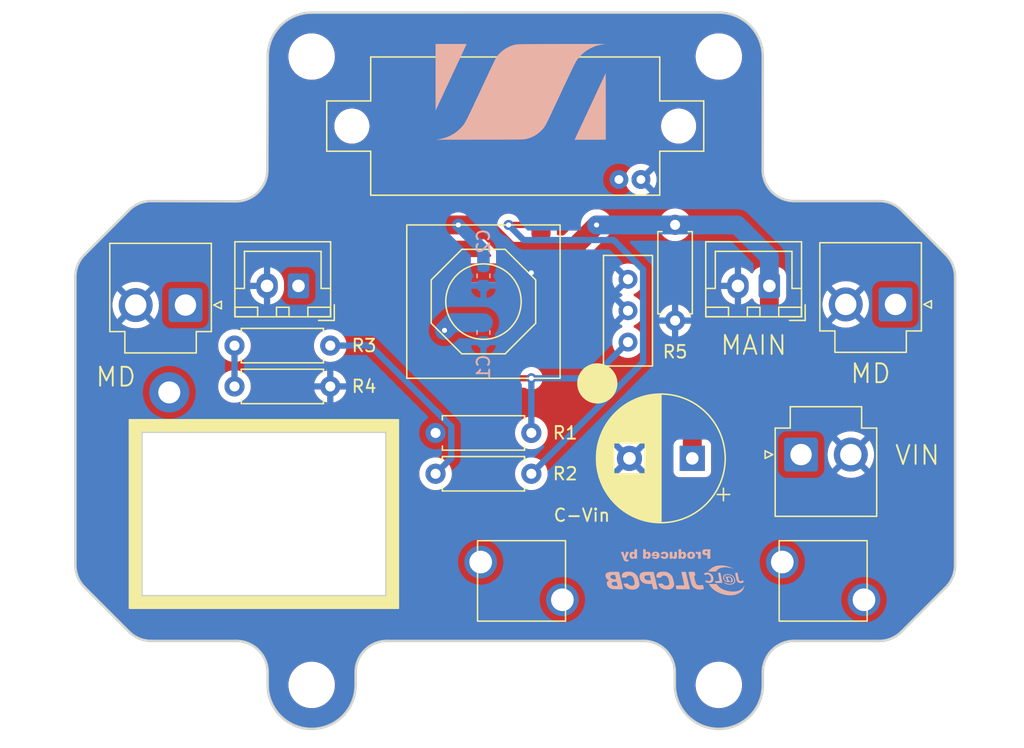
<source format=kicad_pcb>
(kicad_pcb (version 20221018) (generator pcbnew)
  (layers (0 "F.Cu" signal) (31 "B.Cu" signal) (34 "B.Paste" user) (35 "F.Paste" user) (36 "B.SilkS" user "B.Silkscreen") (37 "F.SilkS" user "F.Silkscreen") (38 "B.Mask" user) (39 "F.Mask" user) (44 "Edge.Cuts" user))
  (net 0 "")
  (net 1 "VIN")
  (net 2 "GND")
  (net 3 "+5V")
  (net 4 "Net-(J1-Pin_1)")
  (net 5 "Net-(SW1-A)")
  (net 6 "Net-(SW2-A)")
  (net 7 "Net-(U1-Trim)")
  (net 8 "Net-(R2-Pad2)")
  (net 9 "Net-(R3-Pad1)")
  (footprint "Resistor_THT:R_Axial_DIN0207_L6.3mm_D2.5mm_P7.62mm_Horizontal" (layer "F.Cu") (at 176.56 90.950298 180)
    (fp_text reference "R1")
    (fp_text value "20K")
  )
  (footprint "Resistor_THT:R_Axial_DIN0207_L6.3mm_D2.5mm_P7.62mm_Horizontal" (layer "F.Cu") (at 152.94 84.000298)
    (fp_text reference "R3")
    (fp_text value "330")
  )
  (footprint "Connector_JST:JST_VH_B2P-VH-B_1x02_P3.96mm_Vertical" (layer "F.Cu") (at 198.0225 92.674598)
    (fp_text reference "VIN")
    (fp_text value "Battery")
  )
  (footprint "@2023-2_PowerSupply:RA1113112R" (layer "F.Cu") (at 155.28 97.400298)
    (fp_text reference "SW1" hide)
    (fp_text value "SW_SPST")
    (fp_rect (start 9.7 -6.5) (end -9.7 6.5) (stroke (width 0.12)) (fill none) (layer "Edge.Cuts"))
  )
  (footprint "MountingHole:MountingHole_3.2mm_M3" (layer "F.Cu") (at 159.0795 111)
    (fp_text reference "REF**" hide)
    (fp_text value "MountingHole_3.2mm_M3")
  )
  (footprint "MountingHole:MountingHole_3.2mm_M3" (layer "F.Cu") (at 191.4795 111)
    (fp_text reference "REF**" hide)
    (fp_text value "MountingHole_3.2mm_M3")
  )
  (footprint "Connector_JST:JST_VH_B2P-VH-B_1x02_P3.96mm_Vertical" (layer "F.Cu") (at 205.5375 80.724598 180)
    (fp_text reference "MD")
    (fp_text value "MD")
  )
  (footprint "MountingHole:MountingHole_3.2mm_M3" (layer "F.Cu") (at 191.4795 61)
    (fp_text reference "REF**" hide)
    (fp_text value "MountingHole_3.2mm_M3")
  )
  (footprint "Resistor_THT:R_Axial_DIN0207_L6.3mm_D2.5mm_P7.62mm_Horizontal" (layer "F.Cu") (at 176.56 94.200298 180)
    (fp_text reference "R2")
    (fp_text value "1K")
  )
  (footprint "Resistor_THT:R_Axial_DIN0207_L6.3mm_D2.5mm_P7.62mm_Horizontal" (layer "F.Cu") (at 188 74.390298 -90)
    (fp_text reference "R5")
    (fp_text value "1.2K")
  )
  (footprint "@2023-2_PowerSupply:OKL-T6-W12N-C" (layer "F.Cu") (at 172.75 80.500298 90)
    (fp_text reference "U1" hide)
    (fp_text value "~")
  )
  (footprint "@2023-2_PowerSupply:SS12D01G4" (layer "F.Cu") (at 184.25 81.224598 90)
    (fp_text reference "SW2" hide)
    (fp_text value "SW_SPDT")
  )
  (footprint "MountingHole:MountingHole_3.2mm_M3" (layer "F.Cu") (at 159.0795 61)
    (fp_text reference "REF**" hide)
    (fp_text value "MountingHole_3.2mm_M3")
  )
  (footprint "Connector_JST:JST_XH_B2B-XH-A_1x02_P2.50mm_Vertical" (layer "F.Cu") (at 158.03 79.249598 180)
    (fp_text reference "Voltage" hide)
    (fp_text value "Kicker")
  )
  (footprint "Resistor_THT:R_Axial_DIN0207_L6.3mm_D2.5mm_P7.62mm_Horizontal" (layer "F.Cu") (at 152.94 87.250298)
    (fp_text reference "R4")
    (fp_text value "10")
  )
  (footprint "Capacitor_THT:CP_Radial_D10.0mm_P5.00mm" (layer "F.Cu") (at 189.368606 92.974598 180)
    (fp_text reference "C-Vin")
    (fp_text value "1000uF")
  )
  (footprint "Connector_JST:JST_VH_B2P-VH-B_1x02_P3.96mm_Vertical" (layer "F.Cu") (at 149.0375 80.774598 180)
    (fp_text reference "MD")
    (fp_text value "MD")
  )
  (footprint "@2023-2_PowerSupply:Fuse" (layer "F.Cu") (at 187.78 102.724598 180)
    (fp_text reference "F1" hide)
    (fp_text value "Fuse")
  )
  (footprint "Connector_JST:JST_XH_B2B-XH-A_1x02_P2.50mm_Vertical" (layer "F.Cu") (at 195.5 79.249598 180)
    (fp_text reference "MAIN")
    (fp_text value "Main")
  )
  (footprint "@2023_PowerSupply:VoltMeter" (layer "F.Cu") (at 175.2795 66.533813)
    (fp_text reference "MES1" hide)
    (fp_text value "Voltmeter_DC")
  )
  (footprint "Capacitor_SMD:C_0603_1608Metric" (layer "B.Cu") (at 172.75 78.450298 -90)
    (fp_text reference "C2")
    (fp_text value "10uF")
  )
  (footprint "Capacitor_SMD:C_0603_1608Metric" (layer "B.Cu") (at 172.75 82.950298 -90)
    (fp_text reference "C1")
    (fp_text value "22uF")
  )
  (gr_poly (pts (xy 191.508075 102.068409) (xy 191.493253 102.069193) (xy 191.478932 102.070611) (xy 191.465479 102.072653) (xy 191.453262 102.07531) (xy 191.442649 102.07857) (xy 191.438059 102.080423) (xy 191.434008 102.082423) (xy 191.430542 102.084569) (xy 191.427707 102.08686) (xy 191.425549 102.089293) (xy 191.424114 102.091868) (xy 191.42363 102.09548) (xy 191.42375 102.101972) (xy 191.425701 102.122957) (xy 191.429769 102.153533) (xy 191.435755 102.19241) (xy 191.452688 102.289909) (xy 191.474913 102.405135) (xy 191.515483 102.616273) (xy 191.528095 102.684337) (xy 191.531556 102.704652) (xy 191.532769 102.714168) (xy 191.5322 102.716468) (xy 191.530462 102.718609) (xy 191.527514 102.720596) (xy 191.52331 102.722437) (xy 191.517809 102.724137) (xy 191.510966 102.725703) (xy 191.493082 102.728456) (xy 191.46931 102.730746) (xy 191.439305 102.732623) (xy 191.402718 102.734136) (xy 191.359202 102.735335) (xy 191.187047 102.739568) (xy 191.189869 102.781902) (xy 191.192294 102.819266) (xy 191.193739 102.834113) (xy 191.196043 102.846659) (xy 191.199736 102.857096) (xy 191.202269 102.861584) (xy 191.205347 102.865618) (xy 191.209038 102.86922) (xy 191.213406 102.872415) (xy 191.218519 102.875228) (xy 191.224441 102.877681) (xy 191.238982 102.881607) (xy 191.257558 102.884387) (xy 191.280698 102.886211) (xy 191.308932 102.887272) (xy 191.382795 102.887876) (xy 191.48338 102.887735) (xy 191.526933 102.887699) (xy 191.565699 102.887575) (xy 191.59995 102.887345) (xy 191.629959 102.886986) (xy 191.656 102.886478) (xy 191.667618 102.886162) (xy 191.678345 102.8858) (xy 191.688217 102.885392) (xy 191.697267 102.884933) (xy 191.705529 102.884421) (xy 191.713039 102.883855) (xy 191.719828 102.88323) (xy 191.725933 102.882545) (xy 191.731386 102.881797) (xy 191.736223 102.880983) (xy 191.740476 102.880101) (xy 191.744181 102.879148) (xy 191.747371 102.878122) (xy 191.748783 102.87758) (xy 191.75008 102.87702) (xy 191.751265 102.876439) (xy 191.752343 102.875839) (xy 191.753318 102.875218) (xy 191.754194 102.874577) (xy 191.754975 102.873915) (xy 191.755666 102.873231) (xy 191.756271 102.872526) (xy 191.756794 102.8718) (xy 191.75724 102.87105) (xy 191.757612 102.870279) (xy 191.757915 102.869484) (xy 191.758154 102.868667) (xy 191.758332 102.867825) (xy 191.758454 102.86696) (xy 191.758547 102.865157) (xy 191.752277 102.818202) (xy 191.735638 102.724994) (xy 191.684287 102.46352) (xy 191.630555 102.208131) (xy 191.61094 102.12253) (xy 191.600502 102.086224) (xy 191.598042 102.083801) (xy 191.594925 102.081559) (xy 191.591197 102.079496) (xy 191.586904 102.077611) (xy 191.582092 102.075903) (xy 191.576808 102.074371) (xy 191.565004 102.071826) (xy 191.551861 102.069968) (xy 191.537747 102.068786) (xy 191.523028 102.06827)) (fill solid) (layer "B.SilkS"))
  (gr_poly (pts (xy 187.937477 100.583256) (xy 187.937436 100.621215) (xy 187.937247 100.65459) (xy 187.936812 100.683676) (xy 187.936033 100.708768) (xy 187.935484 100.719908) (xy 187.934811 100.730159) (xy 187.934004 100.73956) (xy 187.933049 100.748145) (xy 187.931935 100.755953) (xy 187.930649 100.76302) (xy 187.929178 100.769383) (xy 187.927511 100.775079) (xy 187.925635 100.780144) (xy 187.923538 100.784616) (xy 187.921208 100.788531) (xy 187.918632 100.791926) (xy 187.915799 100.794837) (xy 187.912695 100.797302) (xy 187.909309 100.799358) (xy 187.905628 100.801041) (xy 187.90164 100.802388) (xy 187.897333 100.803436) (xy 187.892694 100.804222) (xy 187.887712 100.804783) (xy 187.882373 100.805154) (xy 187.876667 100.805374) (xy 187.864099 100.805506) (xy 187.860689 100.80544) (xy 187.857337 100.805243) (xy 187.854046 100.804915) (xy 187.850815 100.804457) (xy 187.847646 100.803871) (xy 187.844541 100.803157) (xy 187.841499 100.802317) (xy 187.838523 100.80135) (xy 187.835613 100.800258) (xy 187.83277 100.799042) (xy 187.829995 100.797703) (xy 187.827289 100.796242) (xy 187.824654 100.794659) (xy 187.82209 100.792955) (xy 187.819598 100.791132) (xy 187.81718 100.78919) (xy 187.814836 100.78713) (xy 187.812567 100.784954) (xy 187.810376 100.782661) (xy 187.808261 100.780253) (xy 187.806225 100.777732) (xy 187.804269 100.775096) (xy 187.802393 100.772349) (xy 187.800599 100.76949) (xy 187.798888 100.76652) (xy 187.79726 100.763441) (xy 187.79426 100.756956) (xy 187.791608 100.750044) (xy 187.78931 100.742712) (xy 187.787994 100.734432) (xy 187.78672 100.720663) (xy 187.785528 100.702131) (xy 187.78446 100.679564) (xy 187.782861 100.625237) (xy 187.782255 100.5635) (xy 187.782255 100.410395) (xy 187.570588 100.410395) (xy 187.570588 100.960728) (xy 187.768144 100.960728) (xy 187.768144 100.873239) (xy 187.801305 100.905695) (xy 187.810258 100.914098) (xy 187.819149 100.921854) (xy 187.828018 100.928977) (xy 187.836902 100.935483) (xy 187.845841 100.941384) (xy 187.854871 100.946697) (xy 187.864031 100.951435) (xy 187.87336 100.955613) (xy 187.882895 100.959245) (xy 187.892676 100.962346) (xy 187.902739 100.96493) (xy 187.913124 100.967012) (xy 187.923869 100.968606) (xy 187.935012 100.969727) (xy 187.946591 100.970389) (xy 187.958644 100.970606) (xy 187.970826 100.970539) (xy 187.98251 100.97007) (xy 187.993713 100.969194) (xy 188.00445 100.967905) (xy 188.014736 100.966199) (xy 188.024587 100.96407) (xy 188.034018 100.961513) (xy 188.043046 100.958523) (xy 188.051685 100.955095) (xy 188.05995 100.951224) (xy 188.067858 100.946904) (xy 188.075424 100.94213) (xy 188.082664 100.936898) (xy 188.089592 100.931201) (xy 188.096224 100.925035) (xy 188.102577 100.918395) (xy 188.110076 100.909709) (xy 188.116732 100.90116) (xy 188.122594 100.892423) (xy 188.127712 100.883172) (xy 188.132136 100.873082) (xy 188.135915 100.861828) (xy 188.139098 100.849083) (xy 188.141735 100.834522) (xy 188.143877 100.81782) (xy 188.145572 100.79865) (xy 188.147821 100.751608) (xy 188.148879 100.690791) (xy 188.149144 100.613595) (xy 188.149144 100.410395) (xy 187.937477 100.410395)) (fill solid) (layer "B.SilkS"))
  (gr_poly (pts (xy 177.893555 60.000937) (xy 176.551367 60.006614) (xy 176.097497 60.011318) (xy 175.766128 60.017451) (xy 175.540527 60.025156) (xy 175.403958 60.034572) (xy 175.345169 60.042085) (xy 175.284352 60.052638) (xy 175.221795 60.066114) (xy 175.157785 60.082396) (xy 175.092609 60.101364) (xy 175.026554 60.122902) (xy 174.959909 60.146891) (xy 174.892959 60.173214) (xy 174.825993 60.201753) (xy 174.759297 60.23239) (xy 174.69316 60.265007) (xy 174.627868 60.299486) (xy 174.563709 60.33571) (xy 174.500971 60.373561) (xy 174.439939 60.412921) (xy 174.380902 60.453672) (xy 174.337974 60.48505) (xy 174.295512 60.517466) (xy 174.253619 60.550818) (xy 174.212396 60.585005) (xy 174.171946 60.619923) (xy 174.132372 60.655471) (xy 174.093775 60.691546) (xy 174.056259 60.728045) (xy 174.019924 60.764867) (xy 173.984875 60.80191) (xy 173.951212 60.83907) (xy 173.919039 60.876245) (xy 173.888457 60.913334) (xy 173.85957 60.950233) (xy 173.832478 60.986841) (xy 173.807285 61.023056) (xy 173.755984 61.103944) (xy 173.694794 61.212431) (xy 173.502133 61.596143) (xy 173.148076 62.34207) (xy 172.551397 63.618089) (xy 172.219962 64.327471) (xy 171.950969 64.899874) (xy 171.736215 65.351974) (xy 171.567499 65.700448) (xy 171.436619 65.961974) (xy 171.382804 66.065342) (xy 171.335372 66.153227) (xy 171.293297 66.227714) (xy 171.255556 66.290887) (xy 171.221121 66.34483) (xy 171.188969 66.391628) (xy 171.161508 66.429043) (xy 171.132134 66.46711) (xy 171.100985 66.505688) (xy 171.068198 66.544634) (xy 171.033909 66.583808) (xy 170.998258 66.623068) (xy 170.961381 66.662272) (xy 170.923415 66.701279) (xy 170.884499 66.739946) (xy 170.844769 66.778133) (xy 170.804364 66.815698) (xy 170.763419 66.852499) (xy 170.722074 66.888395) (xy 170.680465 66.923243) (xy 170.638731 66.956904) (xy 170.597007 66.989234) (xy 170.540992 67.030801) (xy 170.484117 67.071077) (xy 170.426446 67.110028) (xy 170.368044 67.14762) (xy 170.308976 67.183819) (xy 170.249308 67.21859) (xy 170.189104 67.2519) (xy 170.128431 67.283715) (xy 170.067352 67.314) (xy 170.005933 67.342721) (xy 169.944239 67.369844) (xy 169.882335 67.395336) (xy 169.820287 67.419161) (xy 169.758159 67.441287) (xy 169.696017 67.461678) (xy 169.633925 67.4803) (xy 169.579722 67.495493) (xy 169.528389 67.509107) (xy 169.477767 67.521612) (xy 169.425698 67.533481) (xy 169.370024 67.545185) (xy 169.308586 67.557195) (xy 169.159791 67.584017) (xy 168.962235 67.617883) (xy 172.087847 67.615061) (xy 174.173568 67.61236) (xy 174.851622 67.609914) (xy 175.337018 67.606154) (xy 175.519316 67.603643) (xy 175.667666 67.60064) (xy 175.786806 67.597089) (xy 175.881475 67.592935) (xy 175.956413 67.588124) (xy 176.016356 67.582601) (xy 176.066046 67.576312) (xy 176.110219 67.5692) (xy 176.147961 67.562017) (xy 176.186999 67.553471) (xy 176.227171 67.543623) (xy 176.268318 67.532533) (xy 176.352895 67.506866) (xy 176.439449 67.476949) (xy 176.526697 67.443261) (xy 176.613357 67.406283) (xy 176.698149 67.366494) (xy 176.779791 67.324373) (xy 176.842122 67.28939) (xy 176.903856 67.252274) (xy 176.964825 67.213173) (xy 177.024862 67.172237) (xy 177.083799 67.129614) (xy 177.141468 67.085454) (xy 177.197704 67.039904) (xy 177.252337 66.993114) (xy 177.305201 66.945233) (xy 177.356128 66.896409) (xy 177.404951 66.846791) (xy 177.451502 66.796529) (xy 177.495614 66.74577) (xy 177.53712 66.694664) (xy 177.575851 66.64336) (xy 177.611641 66.592006) (xy 177.663025 66.510695) (xy 177.721752 66.40758) (xy 177.795493 66.266878) (xy 177.891923 66.072805) (xy 178.183538 65.461408) (xy 178.65798 64.447117) (xy 179.337518 62.994819) (xy 179.767819 62.087034) (xy 179.857888 61.903335) (xy 179.956555 61.707533) (xy 180.046227 61.534087) (xy 180.082191 61.466518) (xy 180.109308 61.417461) (xy 180.146351 61.35476) (xy 180.182476 61.296988) (xy 180.218684 61.242787) (xy 180.237132 61.216602) (xy 180.255975 61.190801) (xy 180.27534 61.165216) (xy 180.29535 61.139676) (xy 180.337809 61.088055) (xy 180.384352 61.034582) (xy 180.43598 60.9779) (xy 180.506244 60.904683) (xy 180.579092 60.833789) (xy 180.654379 60.765307) (xy 180.731961 60.699327) (xy 180.811692 60.635939) (xy 180.893428 60.575233) (xy 180.977025 60.517299) (xy 181.062337 60.462227) (xy 181.14922 60.410107) (xy 181.23753 60.361028) (xy 181.327121 60.315081) (xy 181.417849 60.272356) (xy 181.509569 60.232942) (xy 181.602137 60.196929) (xy 181.695407 60.164407) (xy 181.789236 60.135467) (xy 181.837705 60.12187) (xy 181.88701 60.108975) (xy 181.93825 60.096561) (xy 181.992524 60.084402) (xy 182.050932 60.072277) (xy 182.114574 60.059961) (xy 182.261958 60.033867) (xy 182.459514 60) (xy 179.926569 59.999294)) (fill solid) (layer "B.SilkS"))
  (gr_poly (pts (xy 190.551341 102.05712) (xy 190.533786 102.057508) (xy 190.516466 102.058275) (xy 190.499617 102.059417) (xy 190.483476 102.060934) (xy 190.468277 102.062823) (xy 190.454256 102.065082) (xy 190.441649 102.067709) (xy 190.430691 102.070702) (xy 190.42549 102.072699) (xy 190.419973 102.074971) (xy 190.40818 102.080249) (xy 190.395692 102.086354) (xy 190.38289 102.093103) (xy 190.370154 102.100316) (xy 190.357865 102.10781) (xy 190.352006 102.111605) (xy 190.346402 102.115403) (xy 190.3411 102.119179) (xy 190.336147 102.122913) (xy 190.288169 102.15678) (xy 190.341791 102.211813) (xy 190.347342 102.217547) (xy 190.35286 102.223091) (xy 190.358311 102.22842) (xy 190.363664 102.233509) (xy 190.368884 102.238333) (xy 190.373938 102.242868) (xy 190.378794 102.247089) (xy 190.383419 102.250971) (xy 190.387779 102.254489) (xy 190.391842 102.257619) (xy 190.395573 102.260335) (xy 190.398941 102.262613) (xy 190.401912 102.264428) (xy 190.404454 102.265755) (xy 190.405553 102.266228) (xy 190.406532 102.266569) (xy 190.407387 102.266777) (xy 190.408114 102.266846) (xy 190.409598 102.2667) (xy 190.411391 102.26627) (xy 190.413468 102.265572) (xy 190.415809 102.264619) (xy 190.418389 102.263427) (xy 190.421186 102.262009) (xy 190.424177 102.260381) (xy 190.42734 102.258556) (xy 190.43409 102.254375) (xy 190.441253 102.249582) (xy 190.448647 102.244293) (xy 190.456091 102.238624) (xy 190.460764 102.235164) (xy 190.465775 102.231927) (xy 190.476743 102.226122) (xy 190.488855 102.221211) (xy 190.501974 102.217193) (xy 190.515962 102.214067) (xy 190.530679 102.211835) (xy 190.545987 102.210495) (xy 190.561748 102.210049) (xy 190.577823 102.210495) (xy 190.594074 102.211835) (xy 190.610362 102.214067) (xy 190.626549 102.217193) (xy 190.642496 102.221211) (xy 190.658065 102.226122) (xy 190.673117 102.231927) (xy 190.687513 102.238624) (xy 190.70718 102.249977) (xy 190.725919 102.263305) (xy 190.743662 102.278464) (xy 190.76034 102.295311) (xy 190.775885 102.313705) (xy 190.79023 102.333502) (xy 190.803305 102.35456) (xy 190.815043 102.376737) (xy 190.825375 102.399889) (xy 190.834233 102.423874) (xy 190.84155 102.448549) (xy 190.847256 102.473772) (xy 190.851283 102.499401) (xy 190.853564 102.525292) (xy 190.85403 102.551303) (xy 190.852614 102.577291) (xy 190.850798 102.591544) (xy 190.848273 102.605194) (xy 190.845057 102.618234) (xy 190.84117 102.630657) (xy 190.83663 102.642454) (xy 190.831455 102.653618) (xy 190.825664 102.664142) (xy 190.819276 102.674018) (xy 190.812309 102.683239) (xy 190.804782 102.691797) (xy 190.796713 102.699685) (xy 190.788121 102.706895) (xy 190.779025 102.71342) (xy 190.769443 102.719252) (xy 190.759394 102.724384) (xy 190.748897 102.728809) (xy 190.737969 102.732518) (xy 190.726631 102.735504) (xy 190.714899 102.737761) (xy 190.702793 102.739279) (xy 190.690332 102.740053) (xy 190.677534 102.740073) (xy 190.664417 102.739334) (xy 190.651001 102.737827) (xy 190.637304 102.735544) (xy 190.623344 102.73248) (xy 190.60914 102.728625) (xy 190.594711 102.723972) (xy 190.580075 102.718514) (xy 190.565251 102.712244) (xy 190.550258 102.705153) (xy 190.535114 102.697235) (xy 190.474436 102.66478) (xy 190.432102 102.71558) (xy 190.427042 102.721797) (xy 190.42244 102.727748) (xy 190.418292 102.73343) (xy 190.414596 102.738841) (xy 190.411346 102.743979) (xy 190.408538 102.748843) (xy 190.407299 102.751171) (xy 190.406168 102.753429) (xy 190.405147 102.755618) (xy 190.404233 102.757737) (xy 190.403427 102.759785) (xy 190.402727 102.761763) (xy 190.402135 102.76367) (xy 190.401648 102.765506) (xy 190.401266 102.767271) (xy 190.40099 102.768964) (xy 190.400818 102.770585) (xy 190.400749 102.772134) (xy 190.400784 102.773611) (xy 190.400922 102.775015) (xy 190.401162 102.776347) (xy 190.401505 102.777605) (xy 190.401948 102.77879) (xy 190.402492 102.779901) (xy 190.403136 102.780939) (xy 190.40388 102.781902) (xy 190.410245 102.7885) (xy 190.418617 102.795531) (xy 190.428787 102.802896) (xy 190.440547 102.810499) (xy 190.453688 102.818242) (xy 190.468 102.826029) (xy 190.483276 102.833763) (xy 190.499307 102.841345) (xy 190.515883 102.848679) (xy 190.532796 102.855668) (xy 190.549837 102.862215) (xy 190.566797 102.868222) (xy 190.583468 102.873593) (xy 190.599641 102.87823) (xy 190.615108 102.882035) (xy 190.629658 102.884913) (xy 190.646547 102.887647) (xy 190.663336 102.889768) (xy 190.680009 102.891283) (xy 190.696548 102.8922) (xy 190.712936 102.892526) (xy 190.729156 102.892268) (xy 190.745191 102.891433) (xy 190.761024 102.890028) (xy 190.776637 102.888062) (xy 190.792015 102.88554) (xy 190.807139 102.882471) (xy 190.821993 102.878861) (xy 190.83656 102.874717) (xy 190.850823 102.870048) (xy 190.864764 102.86486) (xy 190.878366 102.85916) (xy 190.891613 102.852956) (xy 190.904488 102.846255) (xy 190.916972 102.839064) (xy 190.929051 102.83139) (xy 190.940705 102.823241) (xy 190.951918 102.814623) (xy 190.962674 102.805545) (xy 190.972955 102.796013) (xy 190.982744 102.786034) (xy 190.992023 102.775617) (xy 191.000777 102.764767) (xy 191.008988 102.753492) (xy 191.016638 102.7418) (xy 191.023711 102.729698) (xy 191.03019 102.717192) (xy 191.036058 102.704291) (xy 191.041202 102.689718) (xy 191.045525 102.673629) (xy 191.049034 102.656198) (xy 191.051735 102.637594) (xy 191.053633 102.617989) (xy 191.054736 102.597556) (xy 191.055049 102.576466) (xy 191.054579 102.554889) (xy 191.053331 102.532999) (xy 191.051313 102.510966) (xy 191.04853 102.488962) (xy 191.044988 102.467158) (xy 191.040693 102.445726) (xy 191.035653 102.424838) (xy 191.029872 102.404666) (xy 191.023358 102.38538) (xy 191.012513 102.359567) (xy 190.999636 102.334059) (xy 190.984846 102.308959) (xy 190.968258 102.284375) (xy 190.949993 102.26041) (xy 190.930167 102.237172) (xy 190.908898 102.214764) (xy 190.886304 102.193292) (xy 190.862503 102.172862) (xy 190.837612 102.15358) (xy 190.81175 102.13555) (xy 190.785034 102.118878) (xy 190.757583 102.10367) (xy 190.729513 102.09003) (xy 190.700943 102.078065) (xy 190.671991 102.06788) (xy 190.661034 102.065167) (xy 190.648427 102.06285) (xy 190.634406 102.060925) (xy 190.619207 102.059391) (xy 190.603065 102.058245) (xy 190.586217 102.057486) (xy 190.568897 102.057112)) (fill solid) (layer "B.SilkS"))
  (gr_poly (pts (xy 188.671741 101.997148) (xy 188.64126 101.9978) (xy 188.61178 101.999091) (xy 188.584168 102.001014) (xy 188.559293 102.003564) (xy 188.538023 102.006734) (xy 188.521226 102.010517) (xy 188.514777 102.012638) (xy 188.509771 102.014909) (xy 188.506317 102.017331) (xy 188.504525 102.019902) (xy 188.50531 102.033906) (xy 188.510544 102.06605) (xy 188.53257 102.176359) (xy 188.567032 102.334028) (xy 188.610358 102.522257) (xy 188.654962 102.712537) (xy 188.67428 102.797937) (xy 188.690968 102.873977) (xy 188.704547 102.938508) (xy 188.714538 102.989379) (xy 188.72046 103.024442) (xy 188.721746 103.035373) (xy 188.721836 103.041546) (xy 188.717603 103.078235) (xy 188.398691 103.082469) (xy 188.313071 103.083612) (xy 188.242631 103.085004) (xy 188.21268 103.085829) (xy 188.186016 103.08676) (xy 188.162469 103.08781) (xy 188.141869 103.088995) (xy 188.124048 103.090329) (xy 188.108835 103.091825) (xy 188.096061 103.0935) (xy 188.085557 103.095367) (xy 188.081103 103.096377) (xy 188.077153 103.097441) (xy 188.073686 103.098559) (xy 188.07068 103.099735) (xy 188.068114 103.10097) (xy 188.065968 103.102266) (xy 188.064219 103.103624) (xy 188.062847 103.105046) (xy 188.060665 103.107982) (xy 188.058884 103.111534) (xy 188.057508 103.115756) (xy 188.056541 103.120701) (xy 188.055988 103.126423) (xy 188.055852 103.132976) (xy 188.056138 103.140414) (xy 188.05685 103.148791) (xy 188.057991 103.158159) (xy 188.059567 103.168574) (xy 188.064037 103.192756) (xy 188.070294 103.221766) (xy 188.078369 103.256035) (xy 188.110825 103.38868) (xy 188.637169 103.392913) (xy 188.784583 103.393693) (xy 188.902877 103.393861) (xy 188.952049 103.39369) (xy 188.995076 103.393335) (xy 189.032336 103.392785) (xy 189.064207 103.392031) (xy 189.091067 103.391062) (xy 189.113295 103.389868) (xy 189.131269 103.388437) (xy 189.145368 103.386761) (xy 189.151082 103.385828) (xy 189.155969 103.384829) (xy 189.160076 103.383763) (xy 189.16345 103.38263) (xy 189.16614 103.381427) (xy 189.168191 103.380154) (xy 189.169652 103.378809) (xy 189.170569 103.377391) (xy 189.170907 103.373486) (xy 189.17036 103.366132) (xy 189.166777 103.341826) (xy 189.160151 103.305978) (xy 189.150813 103.260092) (xy 189.125325 103.144227) (xy 189.092958 103.006268) (xy 188.934914 102.344457) (xy 188.920158 102.281713) (xy 188.905765 102.22244) (xy 188.892101 102.167997) (xy 188.879527 102.119738) (xy 188.868409 102.07902) (xy 188.85911 102.047198) (xy 188.851994 102.025629) (xy 188.849368 102.019113) (xy 188.847424 102.015668) (xy 188.844606 102.013242) (xy 188.840194 102.010988) (xy 188.827018 102.006995) (xy 188.808766 102.003685) (xy 188.786306 102.00105) (xy 188.760505 101.999086) (xy 188.732231 101.997784) (xy 188.702354 101.99714)) (fill solid) (layer "B.SilkS"))
  (gr_poly (pts (xy 185.92519 101.999264) (xy 185.78773 102.000937) (xy 185.661202 102.004049) (xy 185.560437 102.008516) (xy 185.500269 102.014257) (xy 185.482226 102.017789) (xy 185.464142 102.022005) (xy 185.446108 102.026861) (xy 185.428214 102.032315) (xy 185.410552 102.038323) (xy 185.393212 102.044842) (xy 185.376286 102.051827) (xy 185.359863 102.059237) (xy 185.344037 102.067026) (xy 185.328896 102.075153) (xy 185.314533 102.083573) (xy 185.301038 102.092243) (xy 185.288502 102.10112) (xy 185.277016 102.110161) (xy 185.266671 102.119321) (xy 185.257558 102.128557) (xy 185.248885 102.138657) (xy 185.240368 102.149826) (xy 185.232062 102.161941) (xy 185.224022 102.174882) (xy 185.216305 102.188524) (xy 185.208966 102.202748) (xy 185.202061 102.217431) (xy 185.195646 102.23245) (xy 185.189776 102.247685) (xy 185.184508 102.263013) (xy 185.179898 102.278311) (xy 185.176 102.293459) (xy 185.172872 102.308334) (xy 185.170568 102.322814) (xy 185.169145 102.336777) (xy 185.168658 102.350102) (xy 185.169635 102.378986) (xy 185.172503 102.408861) (xy 185.177169 102.439498) (xy 185.183541 102.470664) (xy 185.191525 102.502127) (xy 185.201028 102.533657) (xy 185.211958 102.565021) (xy 185.224221 102.595988) (xy 185.237724 102.626327) (xy 185.252374 102.655806) (xy 185.268078 102.684193) (xy 185.284744 102.711258) (xy 185.302278 102.736768) (xy 185.320587 102.760493) (xy 185.339578 102.7822) (xy 185.359158 102.801657) (xy 185.384482 102.823806) (xy 185.410804 102.844242) (xy 185.438263 102.863003) (xy 185.466998 102.880128) (xy 185.497146 102.895659) (xy 185.528847 102.909632) (xy 185.562238 102.922089) (xy 185.597459 102.933067) (xy 185.634648 102.942607) (xy 185.673943 102.950747) (xy 185.715483 102.957528) (xy 185.759406 102.962987) (xy 185.805851 102.967165) (xy 185.854957 102.9701) (xy 185.906861 102.971833) (xy 185.961703 102.972402) (xy 186.153614 102.972402) (xy 186.20018 103.165724) (xy 186.209267 103.205263) (xy 186.21837 103.24285) (xy 186.227242 103.277593) (xy 186.235634 103.308599) (xy 186.243299 103.334975) (xy 186.249988 103.355827) (xy 186.252889 103.363903) (xy 186.255453 103.370264) (xy 186.257649 103.374797) (xy 186.259447 103.377391) (xy 186.261567 103.37969) (xy 186.264766 103.381825) (xy 186.269065 103.3838) (xy 186.274484 103.385615) (xy 186.281044 103.387273) (xy 186.288766 103.388776) (xy 186.307777 103.391326) (xy 186.331683 103.39328) (xy 186.360649 103.394655) (xy 186.394841 103.395468) (xy 186.434424 103.395735) (xy 186.45834 103.395683) (xy 186.479899 103.395518) (xy 186.499226 103.395224) (xy 186.516445 103.394787) (xy 186.531679 103.394194) (xy 186.545053 103.393428) (xy 186.551081 103.392977) (xy 186.556691 103.392477) (xy 186.561897 103.391927) (xy 186.566716 103.391325) (xy 186.571163 103.39067) (xy 186.575253 103.389959) (xy 186.579002 103.38919) (xy 186.582426 103.388363) (xy 186.585539 103.387474) (xy 186.588358 103.386523) (xy 186.590898 103.385507) (xy 186.593174 103.384424) (xy 186.595203 103.383274) (xy 186.596998 103.382053) (xy 186.598577 103.38076) (xy 186.599954 103.379394) (xy 186.601145 103.377953) (xy 186.602166 103.376434) (xy 186.603032 103.374836) (xy 186.603758 103.373157) (xy 186.593012 103.310184) (xy 186.560124 103.156177) (xy 186.455768 102.695648) (xy 186.442638 102.640085) (xy 186.07576 102.640085) (xy 186.075735 102.645148) (xy 186.075292 102.649765) (xy 186.074398 102.653951) (xy 186.073023 102.657724) (xy 186.071134 102.6611) (xy 186.0687 102.664096) (xy 186.065688 102.666728) (xy 186.062068 102.669013) (xy 186.057806 102.670967) (xy 186.052872 102.672607) (xy 186.047234 102.673949) (xy 186.04086 102.67501) (xy 186.025775 102.676355) (xy 186.007365 102.676774) (xy 185.985374 102.676399) (xy 185.95955 102.675363) (xy 185.89538 102.671835) (xy 185.865188 102.669873) (xy 185.837464 102.667646) (xy 185.81203 102.665088) (xy 185.788709 102.662134) (xy 185.767322 102.658716) (xy 185.747693 102.65477) (xy 185.738481 102.652577) (xy 185.729643 102.650228) (xy 185.721154 102.647713) (xy 185.712994 102.645024) (xy 185.70514 102.642154) (xy 185.697569 102.639093) (xy 185.69026 102.635834) (xy 185.68319 102.632368) (xy 185.676337 102.628687) (xy 185.669679 102.624783) (xy 185.663193 102.620648) (xy 185.656858 102.616273) (xy 185.650651 102.611649) (xy 185.64455 102.60677) (xy 185.638533 102.601625) (xy 185.632577 102.596208) (xy 185.620761 102.584523) (xy 185.608925 102.571646) (xy 185.602139 102.563711) (xy 185.596046 102.556248) (xy 185.59061 102.54917) (xy 185.585796 102.542388) (xy 185.581569 102.535812) (xy 185.577894 102.529354) (xy 185.574736 102.522925) (xy 185.57206 102.516437) (xy 185.56983 102.509799) (xy 185.568011 102.502924) (xy 185.566568 102.495722) (xy 185.565467 102.488104) (xy 185.564671 102.479982) (xy 185.564147 102.471267) (xy 185.563858 102.46187) (xy 185.563769 102.451702) (xy 185.563877 102.443863) (xy 185.564199 102.436223) (xy 185.564737 102.428779) (xy 185.565489 102.421531) (xy 185.566456 102.414479) (xy 185.567639 102.407621) (xy 185.569036 102.400957) (xy 185.570648 102.394486) (xy 185.572476 102.388207) (xy 185.574518 102.38212) (xy 185.576775 102.376223) (xy 185.579247 102.370516) (xy 185.581934 102.364998) (xy 185.584836 102.359669) (xy 185.587954 102.354528) (xy 185.591286 102.349573) (xy 185.594833 102.344804) (xy 185.598595 102.34022) (xy 185.602572 102.335821) (xy 185.606764 102.331606) (xy 185.611171 102.327573) (xy 185.615793 102.323723) (xy 185.620629 102.320054) (xy 185.625681 102.316566) (xy 185.630948 102.313257) (xy 185.63643 102.310128) (xy 185.642127 102.307177) (xy 185.648039 102.304403) (xy 185.654166 102.301806) (xy 185.660507 102.299386) (xy 185.667064 102.29714) (xy 185.673836 102.295069) (xy 185.686935 102.292436) (xy 185.704549 102.289887) (xy 185.725901 102.287503) (xy 185.750212 102.285367) (xy 185.776706 102.283562) (xy 185.804606 102.28217) (xy 185.833134 102.281274) (xy 185.861513 102.280957) (xy 185.998391 102.280957) (xy 186.02238 102.389613) (xy 186.032963 102.438847) (xy 186.044605 102.491389) (xy 186.064713 102.581524) (xy 186.072312 102.615038) (xy 186.074682 102.628554) (xy 186.07576 102.640085) (xy 186.442638 102.640085) (xy 186.346384 102.232737) (xy 186.307212 102.075754) (xy 186.287669 102.008613) (xy 186.278221 102.005932) (xy 186.254819 102.003704) (xy 186.173567 102.000565) (xy 186.058746 101.999113)) (fill solid) (layer "B.SilkS"))
  (gr_poly (pts (xy 192.157362 102.18329) (xy 192.134054 102.184006) (xy 192.111589 102.185377) (xy 192.090216 102.187417) (xy 192.070182 102.190142) (xy 192.051736 102.193565) (xy 192.035125 102.197702) (xy 192.021798 102.201623) (xy 192.00881 102.205971) (xy 191.99617 102.210735) (xy 191.983886 102.215903) (xy 191.971968 102.221464) (xy 191.960422 102.227405) (xy 191.949259 102.233717) (xy 191.938486 102.240388) (xy 191.928111 102.247406) (xy 191.918145 102.25476) (xy 191.908594 102.262438) (xy 191.899468 102.270429) (xy 191.890775 102.278722) (xy 191.882523 102.287306) (xy 191.874722 102.296169) (xy 191.867379 102.305299) (xy 191.860503 102.314686) (xy 191.854103 102.324317) (xy 191.848187 102.334183) (xy 191.842764 102.34427) (xy 191.837843 102.354568) (xy 191.833431 102.365066) (xy 191.829537 102.375752) (xy 191.82617 102.386614) (xy 191.823338 102.397642) (xy 191.821051 102.408824) (xy 191.819316 102.420149) (xy 191.818142 102.431605) (xy 191.817537 102.44318) (xy 191.81751 102.454864) (xy 191.81807 102.466646) (xy 191.819225 102.478513) (xy 191.821591 102.49534) (xy 191.824709 102.511945) (xy 191.828561 102.528311) (xy 191.833132 102.544422) (xy 191.838403 102.560262) (xy 191.844358 102.575816) (xy 191.85098 102.591066) (xy 191.858251 102.605998) (xy 191.866154 102.620595) (xy 191.874673 102.634841) (xy 191.883791 102.64872) (xy 191.89349 102.662216) (xy 191.903753 102.675314) (xy 191.914563 102.687996) (xy 191.937758 102.712052) (xy 191.962937 102.734255) (xy 191.989964 102.754479) (xy 192.018702 102.772594) (xy 192.049015 102.788472) (xy 192.06472 102.795533) (xy 192.080767 102.801986) (xy 192.09714 102.807816) (xy 192.113822 102.813007) (xy 192.130794 102.817542) (xy 192.148042 102.821407) (xy 192.165546 102.824584) (xy 192.183291 102.827057) (xy 192.19415 102.828263) (xy 192.204017 102.829224) (xy 192.212958 102.829929) (xy 192.221039 102.830365) (xy 192.224777 102.830478) (xy 192.228326 102.83052) (xy 192.231692 102.830488) (xy 192.234885 102.830381) (xy 192.237913 102.830198) (xy 192.240783 102.829937) (xy 192.243505 102.829596) (xy 192.246086 102.829174) (xy 192.248535 102.828669) (xy 192.250859 102.828081) (xy 192.253068 102.827406) (xy 192.25517 102.826644) (xy 192.257172 102.825793) (xy 192.259083 102.824852) (xy 192.260912 102.823819) (xy 192.262666 102.822692) (xy 192.264354 102.82147) (xy 192.265985 102.820151) (xy 192.267565 102.818735) (xy 192.269105 102.817218) (xy 192.270611 102.815601) (xy 192.272092 102.81388) (xy 192.273557 102.812055) (xy 192.275014 102.810124) (xy 192.278055 102.80614) (xy 192.280892 102.802655) (xy 192.283618 102.799675) (xy 192.286324 102.797204) (xy 192.2877 102.79616) (xy 192.289106 102.795245) (xy 192.290553 102.794459) (xy 192.292054 102.793803) (xy 192.293621 102.793277) (xy 192.295263 102.792881) (xy 192.296995 102.792617) (xy 192.298826 102.792485) (xy 192.300769 102.792485) (xy 192.302835 102.792618) (xy 192.307384 102.793284) (xy 192.312565 102.794488) (xy 192.318471 102.796233) (xy 192.325197 102.798524) (xy 192.332833 102.801365) (xy 192.351214 102.808713) (xy 192.367293 102.814848) (xy 192.382743 102.820021) (xy 192.397598 102.824231) (xy 192.411891 102.827476) (xy 192.425655 102.829754) (xy 192.432349 102.830529) (xy 192.438923 102.831062) (xy 192.445381 102.831352) (xy 192.451728 102.831399) (xy 192.457967 102.831202) (xy 192.464102 102.830762) (xy 192.470139 102.830077) (xy 192.47608 102.829149) (xy 192.481931 102.827976) (xy 192.487694 102.826559) (xy 192.493375 102.824896) (xy 192.498978 102.822988) (xy 192.504506 102.820835) (xy 192.509964 102.818436) (xy 192.515355 102.815792) (xy 192.520685 102.8129) (xy 192.525956 102.809763) (xy 192.531174 102.806379) (xy 192.536343 102.802747) (xy 192.541466 102.798869) (xy 192.551591 102.790368) (xy 192.558857 102.783754) (xy 192.565336 102.777605) (xy 192.571066 102.771824) (xy 192.576087 102.766313) (xy 192.580439 102.760977) (xy 192.58416 102.755716) (xy 192.58729 102.750435) (xy 192.588645 102.747757) (xy 192.589868 102.745037) (xy 192.590962 102.742263) (xy 192.591933 102.739423) (xy 192.593525 102.733497) (xy 192.594683 102.727162) (xy 192.595446 102.72032) (xy 192.595854 102.712875) (xy 192.595945 102.704729) (xy 192.595759 102.695785) (xy 192.595336 102.685946) (xy 192.594681 102.676069) (xy 192.478214 102.676069) (xy 192.477961 102.687484) (xy 192.477188 102.697938) (xy 192.476599 102.702814) (xy 192.47587 102.707462) (xy 192.474998 102.711885) (xy 192.47398 102.716087) (xy 192.472814 102.720072) (xy 192.471496 102.723843) (xy 192.470022 102.727406) (xy 192.468391 102.730763) (xy 192.466598 102.733918) (xy 192.464641 102.736876) (xy 192.462517 102.73964) (xy 192.460222 102.742214) (xy 192.457753 102.744602) (xy 192.455108 102.746808) (xy 192.452283 102.748836) (xy 192.449275 102.750689) (xy 192.446081 102.752372) (xy 192.442697 102.753888) (xy 192.439122 102.755241) (xy 192.435351 102.756436) (xy 192.431382 102.757475) (xy 192.427211 102.758363) (xy 192.422836 102.759104) (xy 192.418252 102.759702) (xy 192.40845 102.760482) (xy 192.39778 102.760735) (xy 192.389504 102.760335) (xy 192.381096 102.759156) (xy 192.372583 102.75723) (xy 192.363991 102.754586) (xy 192.355344 102.751258) (xy 192.34667 102.747276) (xy 192.337994 102.742671) (xy 192.329341 102.737474) (xy 192.312211 102.725432) (xy 192.295486 102.711399) (xy 192.279372 102.695625) (xy 192.264077 102.678362) (xy 192.249808 102.659858) (xy 192.23677 102.640364) (xy 192.225171 102.620129) (xy 192.215218 102.599406) (xy 192.207116 102.578442) (xy 192.203825 102.567948) (xy 192.201074 102.557488) (xy 192.198889 102.547094) (xy 192.197296 102.536795) (xy 192.196322 102.526625) (xy 192.195991 102.516613) (xy 192.196088 102.511575) (xy 192.196372 102.506537) (xy 192.196829 102.501532) (xy 192.197447 102.496593) (xy 192.198213 102.491753) (xy 192.199117 102.487046) (xy 192.200144 102.482504) (xy 192.201283 102.47816) (xy 192.202521 102.474048) (xy 192.203846 102.470201) (xy 192.205246 102.466651) (xy 192.206707 102.463432) (xy 192.208218 102.460576) (xy 192.209766 102.458118) (xy 192.21055 102.457048) (xy 192.211339 102.456089) (xy 192.212131 102.455247) (xy 192.212925 102.454524) (xy 192.222372 102.448003) (xy 192.232167 102.442703) (xy 192.242265 102.438589) (xy 192.252626 102.435626) (xy 192.263207 102.433777) (xy 192.273966 102.433009) (xy 192.284861 102.433285) (xy 192.295849 102.43457) (xy 192.30689 102.436829) (xy 192.31794 102.440025) (xy 192.328957 102.444125) (xy 192.3399 102.449092) (xy 192.350726 102.454891) (xy 192.361393 102.461486) (xy 192.371859 102.468843) (xy 192.382082 102.476925) (xy 192.392019 102.485698) (xy 192.401629 102.495126) (xy 192.41087 102.505174) (xy 192.419699 102.515805) (xy 192.428075 102.526986) (xy 192.435954 102.53868) (xy 192.443296 102.550852) (xy 192.450058 102.563466) (xy 192.456197 102.576488) (xy 192.461672 102.589882) (xy 192.466441 102.603611) (xy 192.470461 102.617642) (xy 192.47369 102.631939) (xy 192.476087 102.646466) (xy 192.477609 102.661187) (xy 192.478214 102.676069) (xy 192.594681 102.676069) (xy 192.594345 102.670998) (xy 192.59245 102.656071) (xy 192.589682 102.641196) (xy 192.586073 102.626401) (xy 192.581652 102.611717) (xy 192.57645 102.597173) (xy 192.570499 102.5828) (xy 192.563828 102.568626) (xy 192.55647 102.554681) (xy 192.548453 102.540996) (xy 192.53981 102.527599) (xy 192.530571 102.514521) (xy 192.520766 102.501791) (xy 192.510427 102.48944) (xy 192.499584 102.477496) (xy 192.488268 102.465989) (xy 192.476509 102.45495) (xy 192.464339 102.444408) (xy 192.451788 102.434392) (xy 192.438887 102.424932) (xy 192.425667 102.416059) (xy 192.412158 102.407801) (xy 192.398391 102.400188) (xy 192.384397 102.393251) (xy 192.370206 102.387019) (xy 192.35585 102.381521) (xy 192.341359 102.376787) (xy 192.326764 102.372848) (xy 192.312096 102.369732) (xy 192.297385 102.36747) (xy 192.282662 102.36609) (xy 192.267958 102.365624) (xy 192.261844 102.365754) (xy 192.255693 102.366137) (xy 192.249534 102.366759) (xy 192.243396 102.367608) (xy 192.237307 102.368673) (xy 192.231297 102.36994) (xy 192.225394 102.371397) (xy 192.219627 102.373032) (xy 192.214026 102.374833) (xy 192.20862 102.376786) (xy 192.203436 102.37888) (xy 192.198505 102.381102) (xy 192.193855 102.38344) (xy 192.189514 102.385881) (xy 192.185513 102.388413) (xy 192.18188 102.391024) (xy 192.176145 102.395489) (xy 192.171057 102.399358) (xy 192.166535 102.402633) (xy 192.164462 102.404046) (xy 192.162499 102.405312) (xy 192.160638 102.406428) (xy 192.158869 102.407395) (xy 192.15718 102.408214) (xy 192.155562 102.408883) (xy 192.154006 102.409404) (xy 192.1525 102.409776) (xy 192.151035 102.41) (xy 192.149601 102.410074) (xy 192.148188 102.41) (xy 192.146785 102.409776) (xy 192.145382 102.409404) (xy 192.14397 102.408883) (xy 192.142539 102.408214) (xy 192.141078 102.407395) (xy 192.139576 102.406428) (xy 192.138026 102.405312) (xy 192.136415 102.404046) (xy 192.134734 102.402633) (xy 192.131122 102.399358) (xy 192.127108 102.395489) (xy 192.122614 102.391024) (xy 192.119774 102.388413) (xy 192.116567 102.385881) (xy 192.11302 102.38344) (xy 192.109164 102.381102) (xy 192.105026 102.37888) (xy 192.100637 102.376786) (xy 192.096024 102.374833) (xy 192.091216 102.373032) (xy 192.086244 102.371397) (xy 192.081135 102.36994) (xy 192.075918 102.368673) (xy 192.070623 102.367608) (xy 192.065278 102.366759) (xy 192.059913 102.366137) (xy 192.054556 102.365754) (xy 192.049236 102.365624) (xy 191.999847 102.365624) (xy 192.077458 102.540602) (xy 192.092887 102.576395) (xy 192.107224 102.610253) (xy 192.120172 102.641433) (xy 192.131433 102.669189) (xy 192.14071 102.692779) (xy 192.147705 102.711457) (xy 192.15212 102.724479) (xy 192.153267 102.728637) (xy 192.153658 102.731102) (xy 192.153511 102.73302) (xy 192.153076 102.734806) (xy 192.152365 102.73646) (xy 192.151387 102.737981) (xy 192.150153 102.73937) (xy 192.148672 102.740627) (xy 192.146956 102.741751) (xy 192.145015 102.742744) (xy 192.142859 102.743603) (xy 192.140498 102.744331) (xy 192.135203 102.745389) (xy 192.129214 102.745918) (xy 192.122614 102.745918) (xy 192.115484 102.745389) (xy 192.107907 102.744331) (xy 192.099967 102.742743) (xy 192.091746 102.740627) (xy 192.083326 102.737981) (xy 192.07479 102.734806) (xy 192.066222 102.731102) (xy 192.057702 102.726869) (xy 192.045588 102.720041) (xy 192.033858 102.712547) (xy 192.022527 102.704422) (xy 192.011607 102.695703) (xy 192.001112 102.686426) (xy 191.991055 102.676627) (xy 191.98145 102.666342) (xy 191.972308 102.655607) (xy 191.963644 102.64446) (xy 191.955471 102.632935) (xy 191.940649 102.608897) (xy 191.927948 102.583785) (xy 191.917473 102.557888) (xy 191.90933 102.531494) (xy 191.906166 102.518202) (xy 191.903624 102.504894) (xy 191.901718 102.491607) (xy 191.90046 102.478377) (xy 191.899865 102.465239) (xy 191.899945 102.452231) (xy 191.900713 102.439388) (xy 191.902182 102.426747) (xy 191.904366 102.414343) (xy 191.907279 102.402214) (xy 191.910932 102.390394) (xy 191.915339 102.378921) (xy 191.920514 102.36783) (xy 191.926469 102.357157) (xy 191.92967 102.35255) (xy 191.93342 102.347748) (xy 191.937675 102.342789) (xy 191.942388 102.337711) (xy 191.947515 102.332549) (xy 191.95301 102.327342) (xy 191.958828 102.322127) (xy 191.964922 102.316941) (xy 191.971248 102.311821) (xy 191.97776 102.306804) (xy 191.984412 102.301928) (xy 191.99116 102.297229) (xy 191.997957 102.292746) (xy 192.004758 102.288515) (xy 192.011518 102.284573) (xy 192.018191 102.280957) (xy 192.038211 102.271995) (xy 192.047634 102.268295) (xy 192.056909 102.265082) (xy 192.066216 102.262333) (xy 192.075738 102.260022) (xy 192.085657 102.258125) (xy 192.096155 102.256616) (xy 192.107414 102.255471) (xy 192.119615 102.254664) (xy 192.132941 102.254172) (xy 192.147573 102.25397) (xy 192.181483 102.254334) (xy 192.222803 102.255557) (xy 192.265398 102.257225) (xy 192.283689 102.258208) (xy 192.300303 102.259372) (xy 192.315488 102.260775) (xy 192.329487 102.262478) (xy 192.342549 102.26454) (xy 192.354918 102.267023) (xy 192.36684 102.269984) (xy 192.378562 102.273486) (xy 192.39033 102.277586) (xy 192.402388 102.282346) (xy 192.414985 102.287826) (xy 192.428364 102.294085) (xy 192.442774 102.301183) (xy 192.458458 102.30918) (xy 192.486563 102.324762) (xy 192.513169 102.341828) (xy 192.538233 102.360308) (xy 192.561712 102.380132) (xy 192.583561 102.401229) (xy 192.603739 102.423529) (xy 192.622201 102.446962) (xy 192.638904 102.471457) (xy 192.653804 102.496945) (xy 192.666859 102.523354) (xy 192.678024 102.550615) (xy 192.687256 102.578658) (xy 192.694513 102.607411) (xy 192.69975 102.636805) (xy 192.702924 102.66677) (xy 192.703991 102.697235) (xy 192.703768 102.708757) (xy 192.7031 102.720037) (xy 192.701989 102.731074) (xy 192.700436 102.741867) (xy 192.698443 102.752414) (xy 192.69601 102.762713) (xy 192.693141 102.772764) (xy 192.689836 102.782563) (xy 192.686097 102.792111) (xy 192.681926 102.801405) (xy 192.677323 102.810443) (xy 192.672291 102.819225) (xy 192.666831 102.827748) (xy 192.660945 102.836011) (xy 192.654634 102.844013) (xy 192.6479 102.851752) (xy 192.640744 102.859226) (xy 192.633168 102.866434) (xy 192.625173 102.873375) (xy 192.616762 102.880046) (xy 192.607934 102.886446) (xy 192.598693 102.892574) (xy 192.58904 102.898428) (xy 192.578976 102.904007) (xy 192.557621 102.914332) (xy 192.534641 102.923537) (xy 192.51005 102.931609) (xy 192.483858 102.938535) (xy 192.453018 102.94497) (xy 192.421945 102.949995) (xy 192.390741 102.953623) (xy 192.359504 102.955865) (xy 192.328333 102.956736) (xy 192.297327 102.956246) (xy 192.266585 102.954408) (xy 192.236208 102.951235) (xy 192.206294 102.946739) (xy 192.176941 102.940933) (xy 192.148251 102.933829) (xy 192.12032 102.925438) (xy 192.09325 102.915775) (xy 192.067139 102.90485) (xy 192.042087 102.892678) (xy 192.018191 102.879269) (xy 192.0099 102.874311) (xy 192.00147 102.869509) (xy 191.992962 102.864885) (xy 191.984435 102.860461) (xy 191.975949 102.85626) (xy 191.967565 102.852306) (xy 191.959342 102.84862) (xy 191.95134 102.845225) (xy 191.943619 102.842145) (xy 191.936239 102.839402) (xy 191.929261 102.837018) (xy 191.922743 102.835017) (xy 191.916746 102.833421) (xy 191.91133 102.832253) (xy 191.906555 102.831535) (xy 191.90248 102.831291) (xy 191.865791 102.831291) (xy 191.912358 102.879269) (xy 191.925343 102.891847) (xy 191.939389 102.903913) (xy 191.970453 102.926469) (xy 192.005118 102.946868) (xy 192.042952 102.965038) (xy 192.083522 102.980909) (xy 192.126398 102.994412) (xy 192.171146 103.005475) (xy 192.217334 103.01403) (xy 192.264532 103.020004) (xy 192.312306 103.023329) (xy 192.360225 103.023933) (xy 192.407856 103.021747) (xy 192.454769 103.0167) (xy 192.50053 103.008721) (xy 192.544707 102.997742) (xy 192.586869 102.983691) (xy 192.599531 102.978711) (xy 192.611846 102.973305) (xy 192.635409 102.961259) (xy 192.6575 102.947646) (xy 192.678062 102.93256) (xy 192.697036 102.916093) (xy 192.714365 102.898338) (xy 192.729991 102.879388) (xy 192.743855 102.859337) (xy 192.755901 102.838276) (xy 192.766069 102.8163) (xy 192.770432 102.804998) (xy 192.774303 102.793502) (xy 192.777676 102.781823) (xy 192.780544 102.769973) (xy 192.782899 102.757965) (xy 192.784735 102.745809) (xy 192.786043 102.733516) (xy 192.786817 102.7211) (xy 192.787049 102.708571) (xy 192.786733 102.695941) (xy 192.78586 102.683221) (xy 192.784425 102.670424) (xy 192.777257 102.629756) (xy 192.767434 102.590346) (xy 192.755009 102.552264) (xy 192.740041 102.515577) (xy 192.722584 102.480353) (xy 192.702693 102.446661) (xy 192.680426 102.414569) (xy 192.655837 102.384145) (xy 192.628983 102.355457) (xy 192.599919 102.328574) (xy 192.568701 102.303564) (xy 192.535386 102.280494) (xy 192.500028 102.259434) (xy 192.462683 102.240451) (xy 192.423408 102.223614) (xy 192.382258 102.208991) (xy 192.364159 102.20395) (xy 192.344423 102.199419) (xy 192.323297 102.195413) (xy 192.301031 102.191947) (xy 192.277872 102.189035) (xy 192.254067 102.186691) (xy 192.229866 102.184931) (xy 192.205516 102.183767) (xy 192.181266 102.183216)) (fill solid) (layer "B.SilkS"))
  (gr_poly (pts (xy 190.560027 100.207195) (xy 190.318727 100.209312) (xy 190.279922 100.227656) (xy 190.271207 100.231897) (xy 190.262794 100.236414) (xy 190.254684 100.241201) (xy 190.246882 100.246254) (xy 190.239389 100.251568) (xy 190.23221 100.257136) (xy 190.225347 100.262955) (xy 190.218803 100.269019) (xy 190.212581 100.275323) (xy 190.206686 100.281861) (xy 190.201119 100.288629) (xy 190.195883 100.295621) (xy 190.190983 100.302832) (xy 190.18642 100.310257) (xy 190.182199 100.317891) (xy 190.178321 100.325728) (xy 190.174241 100.335318) (xy 190.1725 100.340073) (xy 190.170946 100.3449) (xy 190.16957 100.349871) (xy 190.168362 100.35506) (xy 190.167314 100.36054) (xy 190.166415 100.366386) (xy 190.165657 100.37267) (xy 190.16503 100.379465) (xy 190.164133 100.394884) (xy 190.16365 100.41323) (xy 190.163505 100.435089) (xy 190.163623 100.457737) (xy 190.163793 100.467536) (xy 190.164056 100.476442) (xy 190.164426 100.48455) (xy 190.164919 100.491954) (xy 190.165547 100.498749) (xy 190.166327 100.505028) (xy 190.167272 100.510885) (xy 190.168397 100.516414) (xy 190.169716 100.52171) (xy 190.171244 100.526867) (xy 190.172995 100.531978) (xy 190.174984 100.537137) (xy 190.177225 100.542439) (xy 190.179733 100.547978) (xy 190.188369 100.565025) (xy 190.197923 100.580732) (xy 190.208469 100.595132) (xy 190.220082 100.608259) (xy 190.232835 100.620146) (xy 190.246805 100.630826) (xy 190.262064 100.640332) (xy 190.278687 100.648696) (xy 190.296749 100.655953) (xy 190.316324 100.662135) (xy 190.337486 100.667275) (xy 190.360311 100.671406) (xy 190.384872 100.674562) (xy 190.411243 100.676775) (xy 190.4395 100.678079) (xy 190.469716 100.678506) (xy 190.562144 100.678506) (xy 190.562144 100.960728) (xy 190.802033 100.960728) (xy 190.802033 100.359595) (xy 190.562144 100.359595) (xy 190.562144 100.523284) (xy 190.509227 100.523284) (xy 190.49776 100.523091) (xy 190.486285 100.522534) (xy 190.475059 100.521647) (xy 190.464336 100.520462) (xy 190.454374 100.519012) (xy 190.449759 100.518198) (xy 190.445429 100.517331) (xy 190.441418 100.516414) (xy 190.437758 100.515451) (xy 190.43448 100.514447) (xy 190.431616 100.513406) (xy 190.427162 100.511342) (xy 190.422929 100.508995) (xy 190.41892 100.506381) (xy 190.415136 100.503514) (xy 190.41158 100.500412) (xy 190.408255 100.497088) (xy 190.405161 100.493557) (xy 190.402302 100.489836) (xy 190.39968 100.485939) (xy 190.397297 100.481882) (xy 190.395154 100.477679) (xy 190.393255 100.473346) (xy 190.391602 100.468899) (xy 190.390196 100.464352) (xy 190.38904 100.459721) (xy 190.388136 100.455021) (xy 190.387486 100.450268) (xy 190.387093 100.445475) (xy 190.386958 100.44066) (xy 190.387085 100.435836) (xy 190.387474 100.43102) (xy 190.388128 100.426226) (xy 190.38905 100.42147) (xy 190.390242 100.416767) (xy 190.391705 100.412132) (xy 190.393442 100.407581) (xy 190.395456 100.403128) (xy 190.397748 100.398789) (xy 190.40032 100.394579) (xy 190.403176 100.390514) (xy 190.406316 100.386609) (xy 190.409744 100.382878) (xy 190.412826 100.379881) (xy 190.415785 100.377224) (xy 190.418711 100.374883) (xy 190.421694 100.372835) (xy 190.424826 100.371056) (xy 190.428198 100.369521) (xy 190.431901 100.368208) (xy 190.436026 100.367091) (xy 190.440663 100.366149) (xy 190.445903 100.365357) (xy 190.451839 100.36469) (xy 190.458559 100.364126) (xy 190.474721 100.36321) (xy 190.495116 100.362417) (xy 190.562144 100.359595) (xy 190.802033 100.359595) (xy 190.802033 100.205078)) (fill solid) (layer "B.SilkS"))
  (gr_poly (pts (xy 188.276144 100.960728) (xy 188.473699 100.960728) (xy 188.473699 100.881) (xy 188.508977 100.914162) (xy 188.520282 100.924266) (xy 188.531715 100.933417) (xy 188.543288 100.941619) (xy 188.555015 100.948877) (xy 188.566906 100.955197) (xy 188.578976 100.960584) (xy 188.591236 100.965042) (xy 188.603698 100.968578) (xy 188.616375 100.971195) (xy 188.62928 100.972901) (xy 188.642424 100.973698) (xy 188.655821 100.973594) (xy 188.669482 100.972592) (xy 188.68342 100.970698) (xy 188.697648 100.967918) (xy 188.712177 100.964256) (xy 188.723017 100.960824) (xy 188.733572 100.956755) (xy 188.743834 100.952067) (xy 188.753794 100.946778) (xy 188.763443 100.940905) (xy 188.772775 100.934464) (xy 188.78178 100.927473) (xy 188.790449 100.919949) (xy 188.806752 100.903372) (xy 188.821615 100.884869) (xy 188.834974 100.864578) (xy 188.846762 100.842636) (xy 188.856912 100.819181) (xy 188.86536 100.794351) (xy 188.872038 100.768282) (xy 188.87688 100.741113) (xy 188.879821 100.712981) (xy 188.88068 100.687414) (xy 188.671696 100.687414) (xy 188.671105 100.703272) (xy 188.669401 100.718884) (xy 188.666588 100.734026) (xy 188.662667 100.748477) (xy 188.660292 100.755374) (xy 188.657642 100.762015) (xy 188.654717 100.768371) (xy 188.651517 100.774416) (xy 188.648043 100.780122) (xy 188.644294 100.78546) (xy 188.640272 100.790403) (xy 188.635977 100.794923) (xy 188.6322 100.798348) (xy 188.628287 100.801482) (xy 188.624248 100.804327) (xy 188.620095 100.806885) (xy 188.615841 100.809159) (xy 188.611496 100.81115) (xy 188.607074 100.81286) (xy 188.602584 100.814292) (xy 188.59804 100.815449) (xy 188.593453 100.816331) (xy 188.588835 100.816942) (xy 188.584197 100.817284) (xy 188.579552 100.817359) (xy 188.57491 100.817168) (xy 188.570284 100.816715) (xy 188.565686 100.816001) (xy 188.561127 100.815029) (xy 188.556619 100.813801) (xy 188.552174 100.812318) (xy 188.547803 100.810584) (xy 188.543519 100.8086) (xy 188.539333 100.806369) (xy 188.535256 100.803893) (xy 188.531301 100.801173) (xy 188.52748 100.798213) (xy 188.523803 100.795014) (xy 188.520283 100.791579) (xy 188.516932 100.78791) (xy 188.513762 100.784008) (xy 188.510783 100.779877) (xy 188.508008 100.775518) (xy 188.505449 100.770934) (xy 188.502656 100.764839) (xy 188.500104 100.757997) (xy 188.497802 100.750501) (xy 188.495759 100.742447) (xy 188.493985 100.73393) (xy 188.492489 100.725045) (xy 188.49128 100.715887) (xy 188.490368 100.706552) (xy 188.489762 100.697134) (xy 188.489471 100.687728) (xy 188.489505 100.67843) (xy 188.489872 100.669334) (xy 188.490583 100.660536) (xy 188.491646 100.65213) (xy 188.49307 100.644213) (xy 188.494866 100.636878) (xy 188.495889 100.633384) (xy 188.497098 100.629797) (xy 188.498481 100.626136) (xy 188.500025 100.622425) (xy 188.501718 100.618686) (xy 188.503548 100.614939) (xy 188.505501 100.611206) (xy 188.507566 100.60751) (xy 188.50973 100.603871) (xy 188.511981 100.600312) (xy 188.514307 100.596854) (xy 188.516694 100.59352) (xy 188.519131 100.59033) (xy 188.521605 100.587306) (xy 188.524105 100.584471) (xy 188.526616 100.581845) (xy 188.530195 100.578328) (xy 188.533556 100.575173) (xy 188.536743 100.57236) (xy 188.539801 100.569873) (xy 188.542777 100.567691) (xy 188.545716 100.565796) (xy 188.548663 100.564171) (xy 188.551663 100.562795) (xy 188.554763 100.561651) (xy 188.558008 100.56072) (xy 188.561443 100.559983) (xy 188.565113 100.559422) (xy 188.569064 100.559017) (xy 188.573343 100.558752) (xy 188.577993 100.558606) (xy 188.58306 100.558562) (xy 188.587895 100.558605) (xy 188.592366 100.558745) (xy 188.596509 100.558994) (xy 188.600357 100.559366) (xy 188.603945 100.559875) (xy 188.607307 100.560534) (xy 188.610476 100.561355) (xy 188.611999 100.561832) (xy 188.613487 100.562354) (xy 188.614944 100.562924) (xy 188.616375 100.563543) (xy 188.617782 100.564213) (xy 188.619172 100.564935) (xy 188.620547 100.565712) (xy 188.621913 100.566544) (xy 188.624633 100.568384) (xy 188.627365 100.570468) (xy 188.630144 100.572809) (xy 188.633003 100.575421) (xy 188.635977 100.578317) (xy 188.640332 100.58303) (xy 188.644403 100.588152) (xy 188.648189 100.593658) (xy 188.651691 100.599518) (xy 188.654909 100.605706) (xy 188.657844 100.612193) (xy 188.660496 100.618951) (xy 188.662865 100.625953) (xy 188.666758 100.640578) (xy 188.669525 100.655844) (xy 188.67117 100.67153) (xy 188.671696 100.687414) (xy 188.88068 100.687414) (xy 188.880794 100.684022) (xy 188.879733 100.654376) (xy 188.876571 100.624178) (xy 188.874421 100.610177) (xy 188.871932 100.596736) (xy 188.869098 100.583837) (xy 188.865911 100.57146) (xy 188.862365 100.559588) (xy 188.858452 100.548202) (xy 188.854164 100.537282) (xy 188.849496 100.526812) (xy 188.844439 100.516771) (xy 188.838986 100.507142) (xy 188.833129 100.497905) (xy 188.826863 100.489042) (xy 188.820179 100.480535) (xy 188.81307 100.472365) (xy 188.805529 100.464514) (xy 188.797549 100.456962) (xy 188.789482 100.449964) (xy 188.781397 100.443516) (xy 188.773261 100.437603) (xy 188.765039 100.432212) (xy 188.756696 100.427329) (xy 188.7482 100.422942) (xy 188.739516 100.419036) (xy 188.73061 100.415598) (xy 188.721447 100.412615) (xy 188.711994 100.410074) (xy 188.702216 100.40796) (xy 188.69208 100.406261) (xy 188.681551 100.404963) (xy 188.670595 100.404052) (xy 188.659178 100.403515) (xy 188.647266 100.403339) (xy 188.636918 100.403589) (xy 188.627021 100.404079) (xy 188.617548 100.40482) (xy 188.608472 100.40582) (xy 188.599763 100.407089) (xy 188.591394 100.408635) (xy 188.583337 100.410469) (xy 188.575564 100.4126) (xy 188.568048 100.415036) (xy 188.56076 100.417788) (xy 188.553672 100.420864) (xy 188.546757 100.424275) (xy 188.539987 100.428028) (xy 188.533334 100.432133) (xy 188.526769 100.436601) (xy 188.520266 100.441439) (xy 188.515291 100.445064) (xy 188.510498 100.448473) (xy 188.506003 100.451585) (xy 188.501921 100.454316) (xy 188.498369 100.456584) (xy 188.496827 100.457519) (xy 188.495461 100.458307) (xy 188.494285 100.458937) (xy 188.493314 100.459401) (xy 188.492562 100.459686) (xy 188.492273 100.459759) (xy 188.492044 100.459784) (xy 188.491647 100.459125) (xy 188.491254 100.457192) (xy 188.490489 100.449763) (xy 188.489774 100.438018) (xy 188.489133 100.422478) (xy 188.488174 100.382096) (xy 188.48781 100.332784) (xy 188.48781 100.205784) (xy 188.276144 100.205784)) (fill solid) (layer "B.SilkS"))
  (gr_poly (pts (xy 192.869434 102.070063) (xy 192.854955 102.070531) (xy 192.841002 102.071404) (xy 192.827927 102.072686) (xy 192.816083 102.074382) (xy 192.805826 102.076495) (xy 192.797507 102.07903) (xy 192.794185 102.080457) (xy 192.79148 102.081991) (xy 192.788854 102.084203) (xy 192.786811 102.087784) (xy 192.785372 102.092911) (xy 192.784557 102.099762) (xy 192.784387 102.108515) (xy 192.784882 102.119347) (xy 192.787952 102.14796) (xy 192.793933 102.187025) (xy 192.80299 102.237963) (xy 192.830991 102.381146) (xy 192.842319 102.436043) (xy 192.853087 102.486087) (xy 192.863396 102.531549) (xy 192.873347 102.572705) (xy 192.883042 102.609825) (xy 192.892581 102.643183) (xy 192.902067 102.673052) (xy 192.911601 102.699705) (xy 192.916417 102.71191) (xy 192.921283 102.723414) (xy 192.926212 102.73425) (xy 192.931216 102.744452) (xy 192.936308 102.754055) (xy 192.9415 102.763093) (xy 192.946805 102.771599) (xy 192.952237 102.779609) (xy 192.957806 102.787155) (xy 192.963527 102.794273) (xy 192.969412 102.800995) (xy 192.975473 102.807357) (xy 192.981723 102.813392) (xy 192.988176 102.819135) (xy 192.994842 102.82462) (xy 193.001736 102.82988) (xy 193.015202 102.839326) (xy 193.029115 102.848089) (xy 193.043435 102.85617) (xy 193.05812 102.86357) (xy 193.073129 102.870292) (xy 193.088422 102.876339) (xy 193.103958 102.881711) (xy 193.119696 102.886412) (xy 193.135595 102.890443) (xy 193.151615 102.893807) (xy 193.167714 102.896505) (xy 193.183852 102.898539) (xy 193.199988 102.899912) (xy 193.216081 102.900625) (xy 193.23209 102.900682) (xy 193.247975 102.900082) (xy 193.263694 102.89883) (xy 193.279207 102.896927) (xy 193.294473 102.894374) (xy 193.309452 102.891175) (xy 193.324101 102.88733) (xy 193.338382 102.882843) (xy 193.352251 102.877715) (xy 193.36567 102.871948) (xy 193.378597 102.865545) (xy 193.390991 102.858507) (xy 193.402811 102.850836) (xy 193.414017 102.842536) (xy 193.424568 102.833606) (xy 193.434423 102.824051) (xy 193.44354 102.813871) (xy 193.45188 102.803068) (xy 193.458053 102.794332) (xy 193.463293 102.786554) (xy 193.467529 102.779603) (xy 193.470688 102.773347) (xy 193.471841 102.770438) (xy 193.472697 102.767653) (xy 193.473248 102.764975) (xy 193.473485 102.762389) (xy 193.473398 102.759877) (xy 193.472979 102.757422) (xy 193.472218 102.755009) (xy 193.471107 102.752621) (xy 193.469635 102.750241) (xy 193.467796 102.747853) (xy 193.465578 102.74544) (xy 193.462973 102.742986) (xy 193.459973 102.740474) (xy 193.456568 102.737887) (xy 193.448507 102.732425) (xy 193.438718 102.726466) (xy 193.427128 102.719879) (xy 193.398258 102.704291) (xy 193.338991 102.670424) (xy 193.29948 102.708524) (xy 193.295166 102.712518) (xy 193.290696 102.716295) (xy 193.28608 102.719857) (xy 193.281329 102.723203) (xy 193.276451 102.726331) (xy 193.271457 102.729242) (xy 193.26116 102.734409) (xy 193.250515 102.7387) (xy 193.239602 102.74211) (xy 193.228498 102.744635) (xy 193.217283 102.746271) (xy 193.206035 102.747015) (xy 193.194832 102.746861) (xy 193.183753 102.745806) (xy 193.172877 102.743846) (xy 193.162282 102.740976) (xy 193.157115 102.739199) (xy 193.152047 102.737193) (xy 193.147088 102.734957) (xy 193.14225 102.732492) (xy 193.13754 102.729796) (xy 193.132969 102.726869) (xy 193.126291 102.72141) (xy 193.119958 102.714888) (xy 193.113885 102.706997) (xy 193.107988 102.697434) (xy 193.102182 102.685894) (xy 193.096382 102.672075) (xy 193.090504 102.655672) (xy 193.084462 102.636381) (xy 193.07155 102.587921) (xy 193.056968 102.524264) (xy 193.040037 102.442979) (xy 193.02008 102.341635) (xy 193.010597 102.291935) (xy 193.001361 102.245128) (xy 192.992621 102.202258) (xy 192.984626 102.164364) (xy 192.977623 102.13249) (xy 192.97186 102.107677) (xy 192.967585 102.090967) (xy 192.966084 102.085976) (xy 192.965047 102.083402) (xy 192.963752 102.08186) (xy 192.961749 102.080409) (xy 192.959082 102.079051) (xy 192.955795 102.077785) (xy 192.947538 102.075533) (xy 192.937332 102.073656) (xy 192.92553 102.072161) (xy 192.912486 102.071049) (xy 192.898553 102.070326) (xy 192.884084 102.069996)) (fill solid) (layer "B.SilkS"))
  (gr_poly (pts (xy 189.259377 100.40041) (xy 189.239832 100.401356) (xy 189.220596 100.403185) (xy 189.201715 100.405882) (xy 189.183237 100.409433) (xy 189.16521 100.413823) (xy 189.147681 100.419038) (xy 189.130698 100.425063) (xy 189.114308 100.431884) (xy 189.098559 100.439486) (xy 189.083498 100.447856) (xy 189.069173 100.456977) (xy 189.055631 100.466837) (xy 189.04292 100.47742) (xy 189.031088 100.488712) (xy 189.020717 100.500127) (xy 189.011163 100.512118) (xy 189.002422 100.524642) (xy 188.994487 100.537654) (xy 188.987355 100.55111) (xy 188.98102 100.564967) (xy 188.975476 100.579181) (xy 188.970719 100.593707) (xy 188.966743 100.608502) (xy 188.963544 100.623522) (xy 188.961115 100.638722) (xy 188.959452 100.65406) (xy 188.95855 100.66949) (xy 188.958404 100.68497) (xy 188.959007 100.700454) (xy 188.960356 100.7159) (xy 188.962445 100.731264) (xy 188.965269 100.746501) (xy 188.968822 100.761567) (xy 188.9731 100.776418) (xy 188.978098 100.791012) (xy 188.983809 100.805303) (xy 188.990229 100.819248) (xy 188.997354 100.832802) (xy 189.005177 100.845923) (xy 189.013693 100.858565) (xy 189.022898 100.870686) (xy 189.032786 100.882241) (xy 189.043352 100.893186) (xy 189.05459 100.903477) (xy 189.066497 100.913071) (xy 189.079066 100.921923) (xy 189.093955 100.930651) (xy 189.110208 100.938568) (xy 189.127666 100.945656) (xy 189.146171 100.951898) (xy 189.165564 100.957275) (xy 189.185689 100.961771) (xy 189.206386 100.965368) (xy 189.227497 100.968048) (xy 189.248865 100.969794) (xy 189.270331 100.970588) (xy 189.291737 100.970413) (xy 189.312924 100.96925) (xy 189.333736 100.967083) (xy 189.354013 100.963894) (xy 189.373598 100.959665) (xy 189.392332 100.954378) (xy 189.40493 100.950021) (xy 189.417183 100.945162) (xy 189.429084 100.939814) (xy 189.440624 100.933991) (xy 189.451794 100.92771) (xy 189.462586 100.920982) (xy 189.472989 100.913823) (xy 189.482996 100.906246) (xy 189.492598 100.898267) (xy 189.501787 100.889898) (xy 189.510552 100.881155) (xy 189.518886 100.872051) (xy 189.52678 100.862602) (xy 189.534224 100.85282) (xy 189.541211 100.84272) (xy 189.547731 100.832317) (xy 189.553776 100.821625) (xy 189.559336 100.810657) (xy 189.564404 100.799428) (xy 189.568969 100.787953) (xy 189.573025 100.776245) (xy 189.57656 100.764318) (xy 189.579568 100.752188) (xy 189.582039 100.739867) (xy 189.583964 100.727371) (xy 189.585334 100.714714) (xy 189.586142 100.701909) (xy 189.58636 100.689883) (xy 189.3739 100.689883) (xy 189.373631 100.701984) (xy 189.37289 100.713915) (xy 189.371675 100.725529) (xy 189.369986 100.736681) (xy 189.367822 100.747226) (xy 189.365181 100.757017) (xy 189.362063 100.765909) (xy 189.358466 100.773756) (xy 189.354722 100.780296) (xy 189.350649 100.786422) (xy 189.346269 100.792135) (xy 189.341604 100.797432) (xy 189.336677 100.802315) (xy 189.331509 100.806782) (xy 189.326124 100.810833) (xy 189.320542 100.814469) (xy 189.314787 100.817688) (xy 189.308881 100.82049) (xy 189.302845 100.822874) (xy 189.296702 100.824841) (xy 189.290475 100.82639) (xy 189.284185 100.827521) (xy 189.277855 100.828232) (xy 189.271506 100.828525) (xy 189.265162 100.828398) (xy 189.258844 100.82785) (xy 189.252575 100.826883) (xy 189.246376 100.825494) (xy 189.240271 100.823685) (xy 189.234281 100.821454) (xy 189.228428 100.818801) (xy 189.222735 100.815726) (xy 189.217223 100.812228) (xy 189.211916 100.808306) (xy 189.206836 100.803962) (xy 189.202003 100.799193) (xy 189.197442 100.794001) (xy 189.193174 100.788383) (xy 189.189221 100.782341) (xy 189.185605 100.775873) (xy 189.183578 100.771666) (xy 189.181726 100.767483) (xy 189.180041 100.763284) (xy 189.178516 100.759028) (xy 189.177144 100.754672) (xy 189.175919 100.750175) (xy 189.174831 100.745497) (xy 189.173875 100.740595) (xy 189.173043 100.735429) (xy 189.172327 100.729956) (xy 189.171722 100.724137) (xy 189.171218 100.717929) (xy 189.170489 100.704182) (xy 189.170082 100.688384) (xy 189.17025 100.676066) (xy 189.170762 100.66449) (xy 189.171631 100.653619) (xy 189.172872 100.643416) (xy 189.173635 100.638554) (xy 189.174497 100.633845) (xy 189.175457 100.629286) (xy 189.176519 100.624871) (xy 189.177684 100.620597) (xy 189.178953 100.616458) (xy 189.180329 100.61245) (xy 189.181812 100.608568) (xy 189.183405 100.604808) (xy 189.185109 100.601166) (xy 189.186927 100.597637) (xy 189.188858 100.594216) (xy 189.190906 100.590898) (xy 189.193072 100.587681) (xy 189.195358 100.584558) (xy 189.197765 100.581525) (xy 189.200294 100.578578) (xy 189.202949 100.575713) (xy 189.20573 100.572924) (xy 189.208639 100.570207) (xy 189.211677 100.567558) (xy 189.214847 100.564973) (xy 189.21815 100.562446) (xy 189.221588 100.559973) (xy 189.226062 100.557147) (xy 189.230613 100.55462) (xy 189.235234 100.552389) (xy 189.239915 100.550452) (xy 189.244647 100.548806) (xy 189.249421 100.547448) (xy 189.254228 100.546376) (xy 189.25906 100.545586) (xy 189.263907 100.545077) (xy 189.268761 100.544844) (xy 189.273613 100.544887) (xy 189.278453 100.545202) (xy 189.283273 100.545785) (xy 189.288064 100.546636) (xy 189.292817 100.54775) (xy 189.297524 100.549125) (xy 189.302174 100.550758) (xy 189.30676 100.552648) (xy 189.311272 100.55479) (xy 189.315701 100.557182) (xy 189.320039 100.559822) (xy 189.324277 100.562707) (xy 189.328405 100.565834) (xy 189.332415 100.5692) (xy 189.336299 100.572803) (xy 189.340046 100.57664) (xy 189.343648 100.580708) (xy 189.347096 100.585005) (xy 189.350381 100.589527) (xy 189.353495 100.594273) (xy 189.356428 100.599239) (xy 189.359172 100.604423) (xy 189.362644 100.612642) (xy 189.365652 100.621856) (xy 189.368196 100.63192) (xy 189.370273 100.642688) (xy 189.371883 100.654014) (xy 189.373025 100.665752) (xy 189.373697 100.677757) (xy 189.3739 100.689883) (xy 189.58636 100.689883) (xy 189.586377 100.688971) (xy 189.586031 100.675914) (xy 189.585096 100.662753) (xy 189.583562 100.649501) (xy 189.581421 100.636173) (xy 189.57887 100.623548) (xy 189.575849 100.61121) (xy 189.572366 100.599164) (xy 189.568427 100.587415) (xy 189.564038 100.575969) (xy 189.559206 100.564831) (xy 189.553937 100.554007) (xy 189.548238 100.543502) (xy 189.542116 100.533322) (xy 189.535576 100.523472) (xy 189.528625 100.513957) (xy 189.52127 100.504782) (xy 189.513517 100.495954) (xy 189.505373 100.487478) (xy 189.496843 100.479359) (xy 189.487935 100.471602) (xy 189.478655 100.464213) (xy 189.46901 100.457198) (xy 189.448648 100.444308) (xy 189.4269 100.432978) (xy 189.40382 100.423249) (xy 189.379458 100.415166) (xy 189.353866 100.408772) (xy 189.327096 100.404109) (xy 189.299199 100.401223) (xy 189.279182 100.40036)) (fill solid) (layer "B.SilkS"))
  (gr_poly (pts (xy 187.062645 101.989544) (xy 187.017213 101.990268) (xy 186.979289 101.991332) (xy 186.943745 101.992958) (xy 186.910445 101.99518) (xy 186.879255 101.99803) (xy 186.850042 102.001541) (xy 186.82267 102.005747) (xy 186.797006 102.01068) (xy 186.772915 102.016374) (xy 186.750262 102.022862) (xy 186.728914 102.030176) (xy 186.708736 102.038351) (xy 186.689593 102.047418) (xy 186.671352 102.057412) (xy 186.653877 102.068365) (xy 186.637035 102.080309) (xy 186.620691 102.09328) (xy 186.612342 102.100735) (xy 186.604236 102.108787) (xy 186.596383 102.117396) (xy 186.588795 102.126521) (xy 186.574458 102.14616) (xy 186.561314 102.167385) (xy 186.549452 102.189875) (xy 186.53896 102.213309) (xy 186.529927 102.237368) (xy 186.522443 102.261731) (xy 186.516595 102.286077) (xy 186.512474 102.310086) (xy 186.510167 102.333438) (xy 186.509765 102.355812) (xy 186.510305 102.366533) (xy 186.511355 102.376889) (xy 186.512924 102.38684) (xy 186.515026 102.396346) (xy 186.51767 102.405368) (xy 186.520868 102.413865) (xy 186.52463 102.421797) (xy 186.528969 102.429124) (xy 186.536939 102.440363) (xy 186.540888 102.444956) (xy 186.545109 102.448924) (xy 186.549826 102.452313) (xy 186.555262 102.455169) (xy 186.561641 102.457537) (xy 186.569186 102.459463) (xy 186.57812 102.460992) (xy 186.588666 102.462169) (xy 186.601047 102.463041) (xy 186.615488 102.463652) (xy 186.651438 102.464275) (xy 186.698302 102.464402) (xy 186.728614 102.464212) (xy 186.757701 102.463674) (xy 186.784871 102.462839) (xy 186.809427 102.461756) (xy 186.830677 102.460474) (xy 186.847924 102.459044) (xy 186.860475 102.457514) (xy 186.864773 102.456728) (xy 186.867636 102.455935) (xy 186.870096 102.454899) (xy 186.872699 102.4534) (xy 186.875421 102.45147) (xy 186.878241 102.449144) (xy 186.881135 102.446454) (xy 186.884081 102.443434) (xy 186.887056 102.440115) (xy 186.890037 102.436532) (xy 186.893002 102.432718) (xy 186.895927 102.428705) (xy 186.89879 102.424527) (xy 186.901569 102.420216) (xy 186.90424 102.415807) (xy 186.90678 102.411331) (xy 186.909168 102.406822) (xy 186.91138 102.402313) (xy 186.918067 102.389561) (xy 186.925453 102.377751) (xy 186.933574 102.366867) (xy 186.942469 102.356893) (xy 186.952174 102.347812) (xy 186.962726 102.339607) (xy 186.974163 102.332262) (xy 186.986522 102.32576) (xy 186.99984 102.320085) (xy 187.014154 102.315221) (xy 187.029502 102.31115) (xy 187.045921 102.307857) (xy 187.063447 102.305324) (xy 187.082119 102.303535) (xy 187.101973 102.302474) (xy 187.123047 102.302124) (xy 187.14446 102.302742) (xy 187.164835 102.304095) (xy 187.184259 102.30622) (xy 187.202819 102.309158) (xy 187.220601 102.312947) (xy 187.237694 102.317627) (xy 187.254183 102.323237) (xy 187.270155 102.329817) (xy 187.285697 102.337406) (xy 187.300896 102.346042) (xy 187.315839 102.355766) (xy 187.330612 102.366616) (xy 187.345303 102.378632) (xy 187.359998 102.391854) (xy 187.374783 102.406319) (xy 187.389747 102.422068) (xy 187.410169 102.445454) (xy 187.418837 102.456122) (xy 187.426656 102.466541) (xy 187.433765 102.477033) (xy 187.440299 102.487925) (xy 187.446395 102.49954) (xy 187.452188 102.512203) (xy 187.457817 102.526239) (xy 187.463417 102.541972) (xy 187.469124 102.559726) (xy 187.475075 102.579826) (xy 187.488255 102.628364) (xy 187.504047 102.69018) (xy 187.517314 102.746014) (xy 187.527435 102.797198) (xy 187.531294 102.821091) (xy 187.53434 102.843876) (xy 187.536564 102.86557) (xy 187.537958 102.886192) (xy 187.538512 102.905759) (xy 187.538219 102.924291) (xy 187.537069 102.941805) (xy 187.535053 102.958318) (xy 187.532163 102.97385) (xy 187.528389 102.988418) (xy 187.523724 103.00204) (xy 187.518158 103.014735) (xy 187.511682 103.02652) (xy 187.504289 103.037414) (xy 187.495968 103.047435) (xy 187.486711 103.0566) (xy 187.47651 103.064928) (xy 187.465355 103.072437) (xy 187.453238 103.079145) (xy 187.44015 103.08507) (xy 187.426082 103.090231) (xy 187.411026 103.094644) (xy 187.394972 103.098329) (xy 187.377912 103.101304) (xy 187.359837 103.103586) (xy 187.340739 103.105193) (xy 187.320608 103.106144) (xy 187.299436 103.106457) (xy 187.269998 103.105694) (xy 187.256862 103.105096) (xy 187.244645 103.104319) (xy 187.233247 103.103334) (xy 187.222566 103.102117) (xy 187.212501 103.100638) (xy 187.202951 103.098873) (xy 187.193814 103.096793) (xy 187.18499 103.094372) (xy 187.176376 103.091583) (xy 187.167872 103.0884) (xy 187.159376 103.084794) (xy 187.150787 103.08074) (xy 187.142003 103.076211) (xy 187.132924 103.07118) (xy 187.12691 103.067743) (xy 187.12106 103.064325) (xy 187.115403 103.060945) (xy 187.109972 103.05762) (xy 187.104797 103.054369) (xy 187.09991 103.051212) (xy 187.09534 103.048166) (xy 187.091121 103.04525) (xy 187.087281 103.042484) (xy 187.083853 103.039884) (xy 187.080867 103.037471) (xy 187.078354 103.035262) (xy 187.076346 103.033277) (xy 187.075541 103.032374) (xy 187.074874 103.031533) (xy 187.074348 103.030758) (xy 187.073967 103.03005) (xy 187.073736 103.029412) (xy 187.073658 103.028846) (xy 187.073447 103.027826) (xy 187.072826 103.026369) (xy 187.071816 103.024502) (xy 187.070439 103.022254) (xy 187.066663 103.016717) (xy 187.061664 103.009973) (xy 187.055606 103.002236) (xy 187.048655 102.993723) (xy 187.040976 102.984647) (xy 187.032736 102.975224) (xy 187.018487 102.960319) (xy 187.012179 102.954289) (xy 187.006057 102.949119) (xy 186.999852 102.944742) (xy 186.993296 102.941093) (xy 186.98612 102.938105) (xy 186.978055 102.935713) (xy 186.968833 102.93385) (xy 186.958184 102.93245) (xy 186.94584 102.931447) (xy 186.931533 102.930774) (xy 186.895952 102.930157) (xy 186.849292 102.930069) (xy 186.820938 102.930142) (xy 186.795567 102.930388) (xy 186.77302 102.93085) (xy 186.762756 102.931174) (xy 186.753137 102.931568) (xy 186.744145 102.932036) (xy 186.73576 102.932584) (xy 186.727961 102.933216) (xy 186.720729 102.933938) (xy 186.714043 102.934755) (xy 186.707884 102.935673) (xy 186.702232 102.936696) (xy 186.697068 102.93783) (xy 186.69237 102.939079) (xy 186.68812 102.940449) (xy 186.684297 102.941946) (xy 186.680881 102.943573) (xy 186.677853 102.945337) (xy 186.675193 102.947243) (xy 186.672881 102.949295) (xy 186.670896 102.9515) (xy 186.669219 102.953861) (xy 186.667831 102.956385) (xy 186.666711 102.959076) (xy 186.665839 102.96194) (xy 186.665195 102.964981) (xy 186.66476 102.968206) (xy 186.664513 102.971618) (xy 186.664436 102.975224) (xy 186.665262 102.986307) (xy 186.667671 102.998802) (xy 186.671561 103.012533) (xy 186.676827 103.027325) (xy 186.683366 103.043001) (xy 186.691076 103.059386) (xy 186.699852 103.076305) (xy 186.709591 103.093581) (xy 186.72019 103.111039) (xy 186.731546 103.128503) (xy 186.743555 103.145798) (xy 186.756114 103.162748) (xy 186.769119 103.179176) (xy 186.782467 103.194908) (xy 186.796055 103.209768) (xy 186.80978 103.22358) (xy 186.836735 103.247563) (xy 186.864224 103.269794) (xy 186.892349 103.290304) (xy 186.921214 103.309128) (xy 186.950922 103.326299) (xy 186.981578 103.341848) (xy 187.013283 103.355811) (xy 187.046141 103.368218) (xy 187.080257 103.379105) (xy 187.115732 103.388503) (xy 187.152671 103.396446) (xy 187.191177 103.402967) (xy 187.231353 103.408099) (xy 187.273303 103.411875) (xy 187.317129 103.414328) (xy 187.362936 103.415491) (xy 187.405701 103.415153) (xy 187.446225 103.413586) (xy 187.484615 103.41075) (xy 187.52098 103.406605) (xy 187.555427 103.401113) (xy 187.588063 103.394233) (xy 187.618996 103.385927) (xy 187.648333 103.376156) (xy 187.662437 103.370708) (xy 187.676182 103.36488) (xy 187.689582 103.358665) (xy 187.70265 103.35206) (xy 187.715399 103.345058) (xy 187.727844 103.337656) (xy 187.739998 103.329848) (xy 187.751873 103.32163) (xy 187.763484 103.312996) (xy 187.774844 103.303942) (xy 187.796863 103.284552) (xy 187.818039 103.263422) (xy 187.83848 103.240513) (xy 187.84926 103.22727) (xy 187.859368 103.213481) (xy 187.868794 103.199164) (xy 187.877528 103.184333) (xy 187.885559 103.169007) (xy 187.892877 103.1532) (xy 187.899471 103.136931) (xy 187.905331 103.120216) (xy 187.910448 103.10307) (xy 187.91481 103.085511) (xy 187.918407 103.067555) (xy 187.921228 103.049219) (xy 187.923265 103.030519) (xy 187.924505 103.011472) (xy 187.92494 102.992094) (xy 187.924558 102.972402) (xy 187.923018 102.947936) (xy 187.919583 102.918424) (xy 187.907779 102.847232) (xy 187.89065 102.764762) (xy 187.869701 102.67695) (xy 187.846437 102.589734) (xy 187.822363 102.50905) (xy 187.798983 102.440835) (xy 187.788024 102.413258) (xy 187.777802 102.391024) (xy 187.760008 102.358854) (xy 187.739562 102.327009) (xy 187.716656 102.295647) (xy 187.691482 102.264928) (xy 187.664233 102.235011) (xy 187.635101 102.206055) (xy 187.604278 102.17822) (xy 187.571956 102.151664) (xy 187.538328 102.126547) (xy 187.503586 102.103028) (xy 187.467922 102.081265) (xy 187.431529 102.061419) (xy 187.394598 102.043648) (xy 187.357321 102.028112) (xy 187.319892 102.014969) (xy 187.282502 102.00438) (xy 187.262074 102.000011) (xy 187.237876 101.99642) (xy 187.209974 101.99359) (xy 187.178433 101.991503) (xy 187.143321 101.990144) (xy 187.104702 101.989497)) (fill solid) (layer "B.SilkS"))
  (gr_poly (pts (xy 189.71754 100.401933) (xy 189.707187 100.402491) (xy 189.696569 100.40349) (xy 189.685877 100.40489) (xy 189.6753 100.406647) (xy 189.66503 100.408719) (xy 189.655255 100.411064) (xy 189.646167 100.41364) (xy 189.637955 100.416404) (xy 189.63081 100.419314) (xy 189.627697 100.42081) (xy 189.624922 100.422327) (xy 189.622508 100.423858) (xy 189.620481 100.4254) (xy 189.618862 100.426947) (xy 189.617676 100.428493) (xy 189.616947 100.430033) (xy 189.616699 100.431562) (xy 189.617339 100.434023) (xy 189.619169 100.43908) (xy 189.625871 100.455727) (xy 189.635749 100.478988) (xy 189.647744 100.50635) (xy 189.651505 100.514568) (xy 189.655116 100.522282) (xy 189.658574 100.529485) (xy 189.661877 100.536171) (xy 189.665022 100.542332) (xy 189.668009 100.54796) (xy 189.670834 100.553049) (xy 189.673496 100.557591) (xy 189.675993 100.56158) (xy 189.678322 100.565007) (xy 189.679423 100.566507) (xy 189.680482 100.567865) (xy 189.681498 100.569079) (xy 189.68247 100.570148) (xy 189.683399 100.571071) (xy 189.684285 100.571848) (xy 189.685126 100.572477) (xy 189.685923 100.572958) (xy 189.686676 100.573289) (xy 189.687384 100.57347) (xy 189.688048 100.5735) (xy 189.688666 100.573378) (xy 189.709266 100.568739) (xy 189.727991 100.566292) (xy 189.736673 100.565936) (xy 189.744915 100.566182) (xy 189.752726 100.567047) (xy 189.760114 100.56855) (xy 189.767091 100.570708) (xy 189.773664 100.573538) (xy 189.779844 100.57706) (xy 189.78564 100.581291) (xy 189.791061 100.586248) (xy 189.796117 100.59195) (xy 189.800817 100.598414) (xy 189.805171 100.605657) (xy 189.809188 100.613699) (xy 189.812877 100.622557) (xy 189.819311 100.64279) (xy 189.824548 100.6665) (xy 189.828664 100.69383) (xy 189.831733 100.724921) (xy 189.833833 100.759918) (xy 189.835037 100.798961) (xy 189.835422 100.842195) (xy 189.835422 100.960728) (xy 190.047088 100.960728) (xy 190.047088 100.410395) (xy 189.849533 100.410395) (xy 189.849533 100.497884) (xy 189.829071 100.465428) (xy 189.824454 100.458522) (xy 189.81985 100.452082) (xy 189.815237 100.446095) (xy 189.810595 100.440546) (xy 189.805903 100.435424) (xy 189.801141 100.430714) (xy 189.796289 100.426403) (xy 189.791324 100.422478) (xy 189.786228 100.418924) (xy 189.780978 100.415729) (xy 189.775555 100.41288) (xy 189.769937 100.410362) (xy 189.764105 100.408162) (xy 189.758036 100.406268) (xy 189.751712 100.404665) (xy 189.74511 100.403339) (xy 189.741017 100.402754) (xy 189.736692 100.402315) (xy 189.727438 100.401861)) (fill solid) (layer "B.SilkS"))
  (gr_poly (pts (xy 191.610557 101.493205) (xy 191.533196 101.4959) (xy 191.461177 101.500216) (xy 191.399245 101.506053) (xy 191.373545 101.509512) (xy 191.352147 101.513313) (xy 191.305919 101.52366) (xy 191.260397 101.535634) (xy 191.215628 101.549208) (xy 191.171657 101.564355) (xy 191.128529 101.581049) (xy 191.08629 101.599261) (xy 191.044986 101.618966) (xy 191.004661 101.640137) (xy 190.965361 101.662746) (xy 190.927132 101.686767) (xy 190.89002 101.712172) (xy 190.854069 101.738936) (xy 190.819325 101.767031) (xy 190.785834 101.796431) (xy 190.753641 101.827108) (xy 190.722791 101.859035) (xy 190.704204 101.879397) (xy 190.686808 101.898899) (xy 190.670999 101.917078) (xy 190.657175 101.933471) (xy 190.645731 101.947615) (xy 190.641027 101.953699) (xy 190.637066 101.959048) (xy 190.633899 101.963602) (xy 190.631576 101.967305) (xy 190.630146 101.970098) (xy 190.629781 101.971136) (xy 190.629658 101.971924) (xy 190.631252 101.973229) (xy 190.635928 101.974495) (xy 190.653889 101.976885) (xy 190.682269 101.979043) (xy 190.719793 101.98092) (xy 190.817181 101.983632) (xy 190.935869 101.984624) (xy 191.243491 101.984624) (xy 191.332391 101.885846) (xy 191.344825 101.872292) (xy 191.356783 101.85963) (xy 191.368352 101.847796) (xy 191.379619 101.836722) (xy 191.390672 101.826343) (xy 191.401596 101.816592) (xy 191.412479 101.807403) (xy 191.423408 101.79871) (xy 191.434469 101.790447) (xy 191.445749 101.782549) (xy 191.457335 101.774947) (xy 191.469313 101.767578) (xy 191.481771 101.760373) (xy 191.494796 101.753268) (xy 191.508474 101.746196) (xy 191.522891 101.739091) (xy 191.569845 101.717956) (xy 191.618659 101.69953) (xy 191.669375 101.683807) (xy 191.722034 101.670784) (xy 191.776678 101.660456) (xy 191.833347 101.65282) (xy 191.892083 101.647871) (xy 191.952927 101.645605) (xy 192.015922 101.646017) (xy 192.081107 101.649105) (xy 192.148525 101.654863) (xy 192.218216 101.663288) (xy 192.290223 101.674375) (xy 192.364586 101.68812) (xy 192.441347 101.704519) (xy 192.520547 101.723569) (xy 192.547441 101.730224) (xy 192.572714 101.736335) (xy 192.595804 101.74175) (xy 192.61615 101.746323) (xy 192.633188 101.749903) (xy 192.646356 101.752342) (xy 192.651314 101.753087) (xy 192.655093 101.753491) (xy 192.657624 101.753536) (xy 192.658399 101.753417) (xy 192.658836 101.753202) (xy 192.658805 101.75228) (xy 192.657431 101.750856) (xy 192.650901 101.746604) (xy 192.624462 101.733226) (xy 192.583504 101.714754) (xy 192.532012 101.692877) (xy 192.473972 101.669279) (xy 192.413369 101.645649) (xy 192.354187 101.623672) (xy 192.300414 101.605035) (xy 192.252651 101.589783) (xy 192.198769 101.574035) (xy 192.141118 101.558353) (xy 192.082044 101.543299) (xy 192.023896 101.529436) (xy 191.969023 101.517326) (xy 191.919772 101.507531) (xy 191.878491 101.500613) (xy 191.85486 101.497965) (xy 191.827226 101.495834) (xy 191.762317 101.493072) (xy 191.688512 101.492229)) (fill solid) (layer "B.SilkS"))
  (gr_poly (pts (xy 168.937542 62.652889) (xy 168.938302 64.028778) (xy 168.939922 64.831909) (xy 168.941241 65.063195) (xy 168.942998 65.204696) (xy 168.945267 65.274214) (xy 168.946618 65.287542) (xy 168.947351 65.289822) (xy 168.948124 65.28955) (xy 169.357346 64.415367) (xy 170.039618 62.951339) (xy 170.868646 61.173339) (xy 171.287747 60.275166) (xy 171.336948 60.169895) (xy 171.377087 60.083344) (xy 171.40413 60.024441) (xy 171.414041 60.002117) (xy 171.050239 59.999559) (xy 170.175791 59.998589) (xy 168.937542 59.998589)) (fill solid) (layer "B.SilkS"))
  (gr_poly (pts (xy 183.0795 102) (xy 182.962716 102.002461) (xy 182.868654 102.006279) (xy 182.810691 102.011435) (xy 182.767865 102.019217) (xy 182.728229 102.027787) (xy 182.691703 102.037204) (xy 182.67458 102.042249) (xy 182.658203 102.047529) (xy 182.642562 102.05305) (xy 182.627646 102.058821) (xy 182.613446 102.064848) (xy 182.599951 102.07114) (xy 182.58715 102.077704) (xy 182.575033 102.084547) (xy 182.56359 102.091676) (xy 182.552811 102.0991) (xy 182.542684 102.106826) (xy 182.533201 102.114861) (xy 182.52435 102.123213) (xy 182.516122 102.131889) (xy 182.508505 102.140897) (xy 182.50149 102.150245) (xy 182.495066 102.159938) (xy 182.489223 102.169987) (xy 182.48395 102.180397) (xy 182.479237 102.191176) (xy 182.475075 102.202332) (xy 182.471452 102.213872) (xy 182.468358 102.225803) (xy 182.465783 102.238134) (xy 182.463716 102.250872) (xy 182.462148 102.264024) (xy 182.461145 102.278489) (xy 182.460774 102.293029) (xy 182.461022 102.307619) (xy 182.461875 102.322235) (xy 182.46332 102.336852) (xy 182.465344 102.351445) (xy 182.467934 102.36599) (xy 182.471077 102.380463) (xy 182.474759 102.394838) (xy 182.478968 102.409092) (xy 182.48369 102.423199) (xy 182.488911 102.437136) (xy 182.49462 102.450877) (xy 182.500802 102.464399) (xy 182.507445 102.477676) (xy 182.514534 102.490684) (xy 182.522058 102.503398) (xy 182.530003 102.515795) (xy 182.538356 102.527849) (xy 182.547103 102.539535) (xy 182.556231 102.55083) (xy 182.565728 102.561709) (xy 182.57558 102.572147) (xy 182.585773 102.582119) (xy 182.596296 102.591602) (xy 182.607133 102.60057) (xy 182.618273 102.609) (xy 182.629703 102.616865) (xy 182.641408 102.624143) (xy 182.653376 102.630808) (xy 182.665593 102.636836) (xy 182.678047 102.642202) (xy 182.689421 102.647159) (xy 182.699718 102.651961) (xy 182.704457 102.654297) (xy 182.70892 102.656585) (xy 182.713104 102.658824) (xy 182.717007 102.661009) (xy 182.720627 102.663139) (xy 182.723962 102.66521) (xy 182.727008 102.667219) (xy 182.729765 102.669165) (xy 182.732229 102.671043) (xy 182.734398 102.67285) (xy 182.73627 102.674586) (xy 182.737843 102.676245) (xy 182.739114 102.677826) (xy 182.74008 102.679325) (xy 182.740741 102.68074) (xy 182.741092 102.682068) (xy 182.741133 102.683307) (xy 182.741035 102.683891) (xy 182.74086 102.684452) (xy 182.740605 102.684989) (xy 182.740271 102.685502) (xy 182.739364 102.686453) (xy 182.738137 102.687304) (xy 182.736587 102.68805) (xy 182.734712 102.688689) (xy 182.73251 102.689218) (xy 182.729978 102.689634) (xy 182.727113 102.689935) (xy 182.723915 102.690118) (xy 182.72038 102.69018) (xy 182.717956 102.690489) (xy 182.714948 102.691398) (xy 182.711398 102.692877) (xy 182.70735 102.694898) (xy 182.702847 102.697432) (xy 182.697932 102.700449) (xy 182.69265 102.703921) (xy 182.687043 102.707819) (xy 182.681155 102.712113) (xy 182.675029 102.716776) (xy 182.662238 102.727089) (xy 182.65566 102.732682) (xy 182.649017 102.738527) (xy 182.642354 102.744595) (xy 182.635713 102.750857) (xy 182.615158 102.770767) (xy 182.606797 102.779284) (xy 182.599598 102.787105) (xy 182.593473 102.794431) (xy 182.588336 102.801459) (xy 182.586112 102.804923) (xy 182.584101 102.808388) (xy 182.582294 102.811877) (xy 182.58068 102.815416) (xy 182.579248 102.819029) (xy 182.577987 102.822741) (xy 182.576886 102.826578) (xy 182.575934 102.830563) (xy 182.574436 102.839079) (xy 182.573404 102.848489) (xy 182.572753 102.858989) (xy 182.572395 102.87078) (xy 182.572213 102.899024) (xy 182.572481 102.915477) (xy 182.573283 102.931758) (xy 182.574614 102.947861) (xy 182.576472 102.963781) (xy 182.578851 102.97951) (xy 182.581748 102.995043) (xy 182.585159 103.010373) (xy 182.589081 103.025495) (xy 182.593509 103.040401) (xy 182.598439 103.055087) (xy 182.603869 103.069545) (xy 182.609793 103.083769) (xy 182.616208 103.097754) (xy 182.62311 103.111493) (xy 182.630495 103.124979) (xy 182.638359 103.138207) (xy 182.646699 103.151171) (xy 182.655511 103.163864) (xy 182.66479 103.17628) (xy 182.674533 103.188412) (xy 182.684736 103.200255) (xy 182.695395 103.211803) (xy 182.706506 103.223049) (xy 182.718065 103.233987) (xy 182.730069 103.24461) (xy 182.742513 103.254913) (xy 182.755394 103.26489) (xy 182.768708 103.274534) (xy 182.782451 103.283839) (xy 182.796619 103.292798) (xy 182.811207 103.301407) (xy 182.826214 103.309657) (xy 182.876151 103.334423) (xy 182.900891 103.344849) (xy 182.926204 103.354063) (xy 182.952633 103.362137) (xy 182.980722 103.369139) (xy 183.011014 103.375141) (xy 183.044054 103.380213) (xy 183.080384 103.384425) (xy 183.120549 103.387847) (xy 183.214556 103.392604) (xy 183.330424 103.395046) (xy 183.472502 103.395735) (xy 183.583269 103.395575) (xy 183.629423 103.395345) (xy 183.669926 103.394986) (xy 183.705153 103.394478) (xy 183.735482 103.3938) (xy 183.761287 103.392933) (xy 183.772612 103.392421) (xy 183.782947 103.391855) (xy 183.792339 103.39123) (xy 183.800836 103.390545) (xy 183.808484 103.389797) (xy 183.815331 103.388983) (xy 183.821423 103.388101) (xy 183.826808 103.387148) (xy 183.831532 103.386122) (xy 183.835643 103.38502) (xy 183.839188 103.383839) (xy 183.842213 103.382577) (xy 183.844766 103.381231) (xy 183.846893 103.379799) (xy 183.848643 103.378279) (xy 183.850061 103.376666) (xy 183.851195 103.37496) (xy 183.852091 103.373157) (xy 183.841345 103.310242) (xy 183.808457 103.156375) (xy 183.790454 103.076985) (xy 183.417162 103.076985) (xy 183.417035 103.080199) (xy 183.416736 103.083141) (xy 183.416267 103.085839) (xy 183.415629 103.088322) (xy 183.415246 103.089491) (xy 183.414822 103.090616) (xy 183.413847 103.092749) (xy 183.412706 103.09475) (xy 183.4114 103.096644) (xy 183.40993 103.098462) (xy 183.408296 103.100229) (xy 183.4065 103.101973) (xy 183.404542 103.103723) (xy 183.402425 103.105505) (xy 183.397713 103.10928) (xy 183.393334 103.112291) (xy 183.38861 103.114979) (xy 183.38346 103.117353) (xy 183.377803 103.119422) (xy 183.37156 103.121193) (xy 183.364649 103.122674) (xy 183.356989 103.123874) (xy 183.348501 103.124802) (xy 183.339103 103.125465) (xy 183.328715 103.125871) (xy 183.304646 103.125948) (xy 183.275649 103.125099) (xy 183.241079 103.123391) (xy 183.20529 103.120726) (xy 183.188331 103.11898) (xy 183.17199 103.116955) (xy 183.156266 103.114651) (xy 183.141154 103.112064) (xy 183.126652 103.109194) (xy 183.112757 103.106038) (xy 183.099465 103.102595) (xy 183.086774 103.098863) (xy 183.07468 103.09484) (xy 183.063181 103.090525) (xy 183.052272 103.085914) (xy 183.041952 103.081007) (xy 183.032217 103.075803) (xy 183.023063 103.070298) (xy 183.014489 103.064491) (xy 183.00649 103.058381) (xy 182.999063 103.051965) (xy 182.992206 103.045242) (xy 182.985916 103.03821) (xy 182.980188 103.030868) (xy 182.975021 103.023212) (xy 182.970411 103.015242) (xy 182.966355 103.006956) (xy 182.96285 102.998352) (xy 182.959892 102.989428) (xy 182.95748 102.980182) (xy 182.955608 102.970613) (xy 182.954276 102.960718) (xy 182.953478 102.950497) (xy 182.953213 102.939946) (xy 182.953345 102.934031) (xy 182.953737 102.928195) (xy 182.954386 102.922442) (xy 182.955289 102.916776) (xy 182.95644 102.911202) (xy 182.957836 102.905725) (xy 182.959474 102.900349) (xy 182.961349 102.895077) (xy 182.963458 102.889916) (xy 182.965797 102.884868) (xy 182.968361 102.879938) (xy 182.971147 102.875132) (xy 182.974152 102.870452) (xy 182.97737 102.865904) (xy 182.980799 102.861492) (xy 182.984434 102.85722) (xy 182.988272 102.853093) (xy 182.992309 102.849115) (xy 182.99654 102.84529) (xy 183.000963 102.841623) (xy 183.005572 102.838119) (xy 183.010365 102.834781) (xy 183.015337 102.831614) (xy 183.020484 102.828623) (xy 183.025803 102.825811) (xy 183.03129 102.823184) (xy 183.03694 102.820745) (xy 183.04275 102.8185) (xy 183.048717 102.816452) (xy 183.054835 102.814605) (xy 183.061102 102.812965) (xy 183.067514 102.811535) (xy 183.078712 102.809799) (xy 183.092941 102.808294) (xy 183.128588 102.805979) (xy 183.170651 102.80459) (xy 183.215327 102.804127) (xy 183.258813 102.80459) (xy 183.297304 102.805979) (xy 183.326998 102.808294) (xy 183.337358 102.809799) (xy 183.344091 102.811535) (xy 183.345839 102.813012) (xy 183.347889 102.815807) (xy 183.350212 102.819851) (xy 183.352778 102.825073) (xy 183.358527 102.838771) (xy 183.364905 102.856338) (xy 183.371679 102.877213) (xy 183.378619 102.900832) (xy 183.385493 102.926634) (xy 183.392069 102.954057) (xy 183.397775 102.977427) (xy 183.402729 102.997942) (xy 183.406939 103.015824) (xy 183.410413 103.031294) (xy 183.411877 103.038193) (xy 183.41316 103.044572) (xy 183.414263 103.050459) (xy 183.415187 103.055881) (xy 183.415933 103.060865) (xy 183.416503 103.06544) (xy 183.416897 103.069634) (xy 183.417116 103.073473) (xy 183.417162 103.076985) (xy 183.790454 103.076985) (xy 183.704101 102.696177) (xy 183.671109 102.556573) (xy 183.297888 102.556573) (xy 183.297832 102.559729) (xy 183.29765 102.562627) (xy 183.297341 102.56528) (xy 183.296907 102.5677) (xy 183.296349 102.569898) (xy 183.295668 102.571887) (xy 183.294865 102.573679) (xy 183.293942 102.575287) (xy 183.292898 102.576722) (xy 183.291735 102.577997) (xy 183.290455 102.579123) (xy 183.289058 102.580113) (xy 183.285516 102.582111) (xy 183.281014 102.583873) (xy 183.269352 102.586714) (xy 183.254523 102.588674) (xy 183.236979 102.589792) (xy 183.217169 102.590109) (xy 183.195544 102.589663) (xy 183.172555 102.588493) (xy 183.148652 102.586639) (xy 183.124286 102.584141) (xy 183.099908 102.581036) (xy 183.075968 102.577365) (xy 183.052917 102.573168) (xy 183.031206 102.568482) (xy 183.011284 102.563348) (xy 182.993603 102.557804) (xy 182.978614 102.551891) (xy 182.967341 102.546604) (xy 182.956549 102.54082) (xy 182.946247 102.534568) (xy 182.936443 102.52788) (xy 182.927146 102.520787) (xy 182.918366 102.513319) (xy 182.910111 102.505509) (xy 182.902391 102.497387) (xy 182.895215 102.488983) (xy 182.888591 102.480329) (xy 182.882529 102.471456) (xy 182.877038 102.462395) (xy 182.872127 102.453177) (xy 182.867804 102.443833) (xy 182.86408 102.434394) (xy 182.860962 102.424891) (xy 182.85846 102.415354) (xy 182.856584 102.405816) (xy 182.855341 102.396306) (xy 182.854742 102.386857) (xy 182.854794 102.377498) (xy 182.855508 102.368262) (xy 182.856892 102.359178) (xy 182.858956 102.350278) (xy 182.861707 102.341593) (xy 182.865157 102.333155) (xy 182.869312 102.324993) (xy 182.874183 102.317139) (xy 182.879779 102.309624) (xy 182.886108 102.30248) (xy 182.893179 102.295736) (xy 182.901002 102.289424) (xy 182.907108 102.285121) (xy 182.913333 102.281197) (xy 182.919798 102.277633) (xy 182.926623 102.274409) (xy 182.933927 102.271508) (xy 182.941831 102.268911) (xy 182.950454 102.266599) (xy 182.959916 102.264553) (xy 182.970338 102.262756) (xy 182.981838 102.261188) (xy 182.994537 102.259831) (xy 183.008556 102.258666) (xy 183.041028 102.256839) (xy 183.080214 102.255557) (xy 183.108163 102.254761) (xy 183.134475 102.254477) (xy 183.158571 102.254689) (xy 183.169608 102.254976) (xy 183.179873 102.255381) (xy 183.189295 102.255902) (xy 183.197801 102.256536) (xy 183.20532 102.257282) (xy 183.211778 102.258137) (xy 183.217103 102.2591) (xy 183.221223 102.260168) (xy 183.222808 102.260741) (xy 183.224065 102.26134) (xy 183.224985 102.261964) (xy 183.225558 102.262613) (xy 183.227846 102.268131) (xy 183.231423 102.278973) (xy 183.241786 102.314118) (xy 183.255324 102.363022) (xy 183.270713 102.420657) (xy 183.275973 102.441873) (xy 183.280646 102.461136) (xy 183.28474 102.478542) (xy 183.288264 102.49419) (xy 183.291225 102.508175) (xy 183.293633 102.520595) (xy 183.295494 102.531548) (xy 183.296223 102.536505) (xy 183.296819 102.541131) (xy 183.297282 102.545439) (xy 183.297614 102.54944) (xy 183.297816 102.553148) (xy 183.297888 102.556573) (xy 183.671109 102.556573) (xy 183.594718 102.233332) (xy 183.555546 102.076159) (xy 183.536002 102.008613) (xy 183.5275 102.006149) (xy 183.506284 102.004046) (xy 183.432396 102.000918) (xy 183.327717 101.999212) (xy 183.205626 101.998912)) (fill solid) (layer "B.SilkS"))
  (gr_poly (pts (xy 186.465093 100.401079) (xy 186.45508 100.401285) (xy 186.443992 100.401664) (xy 186.419981 100.402909) (xy 186.407753 100.40376) (xy 186.395838 100.40475) (xy 186.365567 100.408274) (xy 186.351141 100.410695) (xy 186.337188 100.413558) (xy 186.323705 100.416862) (xy 186.310692 100.420608) (xy 186.298147 100.424799) (xy 186.286069 100.429434) (xy 186.274458 100.434514) (xy 186.263312 100.440041) (xy 186.252629 100.446015) (xy 186.242409 100.452438) (xy 186.23265 100.459309) (xy 186.223352 100.46663) (xy 186.214513 100.474402) (xy 186.206132 100.482626) (xy 186.198208 100.491303) (xy 186.190739 100.500433) (xy 186.183725 100.510018) (xy 186.177164 100.520058) (xy 186.171056 100.530554) (xy 186.165398 100.541508) (xy 186.16019 100.55292) (xy 186.155431 100.56479) (xy 186.15112 100.577121) (xy 186.147254 100.589912) (xy 186.143834 100.603166) (xy 186.140858 100.616882) (xy 186.136234 100.645705) (xy 186.133371 100.676389) (xy 186.129139 100.742006) (xy 186.338688 100.742006) (xy 186.414318 100.741977) (xy 186.444477 100.742057) (xy 186.469988 100.742304) (xy 186.481106 100.742514) (xy 186.491191 100.742794) (xy 186.500283 100.743155) (xy 186.508427 100.743606) (xy 186.515664 100.744157) (xy 186.522037 100.744817) (xy 186.52759 100.745596) (xy 186.532363 100.746504) (xy 186.536401 100.74755) (xy 186.539746 100.748745) (xy 186.541172 100.749401) (xy 186.54244 100.750098) (xy 186.543556 100.750836) (xy 186.544526 100.751618) (xy 186.545354 100.752444) (xy 186.546047 100.753315) (xy 186.546608 100.754233) (xy 186.547045 100.7552) (xy 186.547361 100.756215) (xy 186.547563 100.75728) (xy 186.547655 100.758398) (xy 186.547643 100.759568) (xy 186.547329 100.762071) (xy 186.546662 100.7648) (xy 186.545686 100.767764) (xy 186.544443 100.770974) (xy 186.537655 100.786456) (xy 186.534908 100.792464) (xy 186.531839 100.798184) (xy 186.528462 100.803613) (xy 186.524795 100.808746) (xy 186.520853 100.813581) (xy 186.516652 100.818115) (xy 186.512207 100.822344) (xy 186.507537 100.826265) (xy 186.502655 100.829875) (xy 186.497578 100.833171) (xy 186.492323 100.836149) (xy 186.486905 100.838806) (xy 186.48134 100.84114) (xy 186.475644 100.843146) (xy 186.469834 100.844822) (xy 186.463924 100.846164) (xy 186.457933 100.847169) (xy 186.451874 100.847834) (xy 186.445765 100.848155) (xy 186.439621 100.84813) (xy 186.433459 100.847755) (xy 186.427294 100.847027) (xy 186.421143 100.845943) (xy 186.415021 100.844499) (xy 186.408944 100.842692) (xy 186.402929 100.84052) (xy 186.396992 100.837978) (xy 186.391148 100.835064) (xy 186.385413 100.831774) (xy 186.379804 100.828105) (xy 186.374337 100.824054) (xy 186.369028 100.819617) (xy 186.345744 100.799862) (xy 186.249789 100.808328) (xy 186.230346 100.810004) (xy 186.211986 100.811812) (xy 186.195131 100.813686) (xy 186.180203 100.81556) (xy 186.167623 100.817368) (xy 186.157813 100.819044) (xy 186.154078 100.819811) (xy 186.151194 100.820521) (xy 186.149213 100.821165) (xy 186.148578 100.821459) (xy 186.148188 100.821734) (xy 186.147686 100.822544) (xy 186.147494 100.82364) (xy 186.147599 100.825008) (xy 186.14799 100.826633) (xy 186.149577 100.830591) (xy 186.152157 100.835393) (xy 186.15563 100.840919) (xy 186.159896 100.847047) (xy 186.164857 100.853657) (xy 186.170413 100.860628) (xy 186.176466 100.867838) (xy 186.182915 100.875167) (xy 186.189662 100.882494) (xy 186.196607 100.889699) (xy 186.203652 100.896659) (xy 186.210696 100.903254) (xy 186.217641 100.909364) (xy 186.224388 100.914867) (xy 186.236217 100.923174) (xy 186.249165 100.93089) (xy 186.263164 100.937999) (xy 186.278143 100.944489) (xy 186.294031 100.950347) (xy 186.310758 100.955559) (xy 186.328255 100.960112) (xy 186.346449 100.963991) (xy 186.365273 100.967185) (xy 186.384654 100.969679) (xy 186.404523 100.971459) (xy 186.42481 100.972513) (xy 186.445444 100.972827) (xy 186.466355 100.972388) (xy 186.487473 100.971182) (xy 186.508727 100.969195) (xy 186.52773 100.966725) (xy 186.545624 100.96379) (xy 186.562474 100.960355) (xy 186.578346 100.956385) (xy 186.593303 100.951844) (xy 186.60046 100.949348) (xy 186.607413 100.946697) (xy 186.614169 100.943886) (xy 186.620738 100.94091) (xy 186.627128 100.937765) (xy 186.633346 100.934446) (xy 186.639401 100.93095) (xy 186.6453 100.927272) (xy 186.651053 100.923407) (xy 186.656666 100.919351) (xy 186.662149 100.9151) (xy 186.66751 100.910649) (xy 186.672756 100.905994) (xy 186.677895 100.901131) (xy 186.682936 100.896054) (xy 186.687888 100.890761) (xy 186.697553 100.879504) (xy 186.706955 100.867325) (xy 186.71616 100.854189) (xy 186.72285 100.843641) (xy 186.729028 100.832783) (xy 186.734698 100.821639) (xy 186.739861 100.810234) (xy 186.744519 100.798593) (xy 186.748675 100.786741) (xy 186.752329 100.774702) (xy 186.755484 100.7625) (xy 186.760305 100.73771) (xy 186.763153 100.712567) (xy 186.764043 100.687269) (xy 186.762992 100.662014) (xy 186.760014 100.636998) (xy 186.759849 100.636173) (xy 186.549649 100.636173) (xy 186.342922 100.636173) (xy 186.347155 100.616417) (xy 186.348932 100.609415) (xy 186.350823 100.602697) (xy 186.352826 100.59627) (xy 186.354938 100.590135) (xy 186.357158 100.584299) (xy 186.359483 100.578764) (xy 186.361911 100.573535) (xy 186.364441 100.568616) (xy 186.36707 100.564011) (xy 186.369796 100.559725) (xy 186.372617 100.555761) (xy 186.375531 100.552123) (xy 186.378537 100.548817) (xy 186.380073 100.547289) (xy 186.381631 100.545845) (xy 186.38321 100.544486) (xy 186.384812 100.543212) (xy 186.386434 100.542024) (xy 186.388077 100.540923) (xy 186.392977 100.538022) (xy 186.398372 100.535409) (xy 186.404195 100.533092) (xy 186.410379 100.531078) (xy 186.416857 100.529374) (xy 186.42356 100.527987) (xy 186.430423 100.526925) (xy 186.437378 100.526194) (xy 186.444357 100.525803) (xy 186.451295 100.525757) (xy 186.458122 100.526066) (xy 186.464773 100.526734) (xy 186.47118 100.527771) (xy 186.477276 100.529183) (xy 186.482994 100.530978) (xy 186.488266 100.533162) (xy 186.493381 100.535661) (xy 186.498391 100.538639) (xy 186.503275 100.542062) (xy 186.508011 100.545895) (xy 186.512577 100.550104) (xy 186.516953 100.554655) (xy 186.521115 100.559514) (xy 186.525043 100.564647) (xy 186.528715 100.57002) (xy 186.532108 100.575598) (xy 186.535202 100.581348) (xy 186.537975 100.587236) (xy 186.540404 100.593227) (xy 186.542469 100.599287) (xy 186.544147 100.605382) (xy 186.545416 100.611478) (xy 186.549649 100.636173) (xy 186.759849 100.636173) (xy 186.755125 100.612419) (xy 186.74834 100.588476) (xy 186.744242 100.576803) (xy 186.739675 100.565364) (xy 186.734643 100.554181) (xy 186.729146 100.543281) (xy 186.723187 100.532688) (xy 186.716768 100.522425) (xy 186.709891 100.512519) (xy 186.702557 100.502994) (xy 186.694768 100.493874) (xy 186.686527 100.485184) (xy 186.676788 100.476048) (xy 186.66662 100.467425) (xy 186.656027 100.459317) (xy 186.64501 100.451725) (xy 186.633571 100.44465) (xy 186.621713 100.438092) (xy 186.609437 100.432053) (xy 186.596745 100.426535) (xy 186.583641 100.421537) (xy 186.570125 100.417061) (xy 186.556199 100.413107) (xy 186.541866 100.409678) (xy 186.527129 100.406774) (xy 186.511988 100.404396) (xy 186.496446 100.402545) (xy 186.480505 100.401223) (xy 186.473684 100.401056)) (fill solid) (layer "B.SilkS"))
  (gr_poly (pts (xy 184.0795 100.5) (xy 184.024467 100.676389) (xy 184.018996 100.693798) (xy 184.013773 100.709826) (xy 184.008914 100.724151) (xy 184.004535 100.73645) (xy 184.000751 100.746401) (xy 183.999118 100.750395) (xy 183.997678 100.753681) (xy 183.996444 100.756219) (xy 183.995431 100.757968) (xy 183.995013 100.758534) (xy 183.994654 100.758888) (xy 183.994359 100.759025) (xy 183.994128 100.758939) (xy 183.992314 100.754692) (xy 183.988615 100.744012) (xy 183.976489 100.706199) (xy 183.959599 100.651188) (xy 183.9398 100.584667) (xy 183.890411 100.413923) (xy 183.786694 100.411806) (xy 183.746378 100.41142) (xy 183.713405 100.411365) (xy 183.700725 100.411482) (xy 183.691147 100.411707) (xy 183.68509 100.412047) (xy 183.683515 100.412263) (xy 183.683113 100.412383) (xy 183.682978 100.412512) (xy 183.720339 100.516702) (xy 183.80354 100.737508) (xy 183.889254 100.961092) (xy 183.934156 101.073617) (xy 183.941202 101.08596) (xy 183.948358 101.097348) (xy 183.955683 101.107821) (xy 183.963238 101.117417) (xy 183.971082 101.126173) (xy 183.979275 101.134128) (xy 183.987878 101.141321) (xy 183.99695 101.147789) (xy 184.006551 101.15357) (xy 184.016741 101.158704) (xy 184.027581 101.163228) (xy 184.039129 101.16718) (xy 184.051446 101.170599) (xy 184.064592 101.173523) (xy 184.078627 101.175991) (xy 184.093611 101.178039) (xy 184.103408 101.179084) (xy 184.11487 101.179846) (xy 184.127694 101.180341) (xy 184.141578 101.180586) (xy 184.171312 101.180383) (xy 184.201649 101.179362) (xy 184.230168 101.177647) (xy 184.254445 101.17536) (xy 184.264235 101.174042) (xy 184.272057 101.172628) (xy 184.277608 101.171133) (xy 184.279436 101.17036) (xy 184.280583 101.169573) (xy 184.281455 101.167822) (xy 184.282467 101.164296) (xy 184.284805 101.152761) (xy 184.287392 101.136644) (xy 184.29002 101.117626) (xy 184.292482 101.097384) (xy 184.294573 101.077597) (xy 184.296084 101.059943) (xy 184.296811 101.046101) (xy 184.296784 101.042592) (xy 184.296699 101.039467) (xy 184.296546 101.036709) (xy 184.29644 101.035463) (xy 184.296315 101.034304) (xy 184.296167 101.03323) (xy 184.295997 101.032239) (xy 184.295802 101.031329) (xy 184.295583 101.030498) (xy 184.295337 101.029745) (xy 184.295064 101.029068) (xy 184.294761 101.028464) (xy 184.294429 101.027932) (xy 184.294067 101.027471) (xy 184.293671 101.027078) (xy 184.293243 101.026752) (xy 184.29278 101.026491) (xy 184.292281 101.026293) (xy 184.291746 101.026156) (xy 184.291173 101.026078) (xy 184.29056 101.026058) (xy 184.289907 101.026094) (xy 184.289213 101.026184) (xy 184.288476 101.026326) (xy 184.287695 101.026519) (xy 184.28687 101.02676) (xy 184.285998 101.027047) (xy 184.284111 101.027756) (xy 184.27905 101.029516) (xy 184.272959 101.031091) (xy 184.26598 101.032475) (xy 184.258259 101.033665) (xy 184.249938 101.034657) (xy 184.241162 101.035445) (xy 184.232073 101.036028) (xy 184.222816 101.036399) (xy 184.213534 101.036555) (xy 184.204371 101.036493) (xy 184.19547 101.036207) (xy 184.186976 101.035694) (xy 184.179031 101.034949) (xy 184.17178 101.033968) (xy 184.165366 101.032748) (xy 184.159933 101.031284) (xy 184.156566 101.030158) (xy 184.153338 101.028894) (xy 184.150238 101.027486) (xy 184.147255 101.025926) (xy 184.14438 101.024209) (xy 184.141603 101.022329) (xy 184.138912 101.02028) (xy 184.136297 101.018055) (xy 184.133749 101.015648) (xy 184.131256 101.013052) (xy 184.128809 101.010263) (xy 184.126397 101.007273) (xy 184.12401 101.004076) (xy 184.121637 101.000667) (xy 184.119269 100.997038) (xy 184.116894 100.993184) (xy 184.099256 100.962845) (xy 184.205794 100.70955) (xy 184.283758 100.523637) (xy 184.321505 100.432973) (xy 184.331383 100.410395) (xy 184.107722 100.410395)) (fill solid) (layer "B.SilkS"))
  (gr_poly (pts (xy 190.707269 103.013324) (xy 190.713085 103.023679) (xy 190.721777 103.037423) (xy 190.732917 103.053979) (xy 190.746075 103.072767) (xy 190.76082 103.093209) (xy 190.776722 103.114726) (xy 190.793352 103.136738) (xy 190.81028 103.158668) (xy 190.861763 103.220194) (xy 190.916678 103.279335) (xy 190.974955 103.336053) (xy 191.036521 103.390311) (xy 191.101303 103.442072) (xy 191.169229 103.491299) (xy 191.240226 103.537955) (xy 191.314223 103.582002) (xy 191.391147 103.623403) (xy 191.470925 103.662121) (xy 191.553486 103.698119) (xy 191.638757 103.731359) (xy 191.726665 103.761805) (xy 191.817138 103.789419) (xy 191.910105 103.814163) (xy 192.005491 103.836002) (xy 192.048632 103.844187) (xy 192.094171 103.851279) (xy 192.141694 103.857275) (xy 192.190788 103.862174) (xy 192.241039 103.865973) (xy 192.292035 103.86867) (xy 192.343361 103.870263) (xy 192.394605 103.870751) (xy 192.445353 103.87013) (xy 192.495191 103.8684) (xy 192.543706 103.865557) (xy 192.590485 103.8616) (xy 192.635114 103.856527) (xy 192.67718 103.850336) (xy 192.71627 103.843025) (xy 192.751969 103.834591) (xy 192.828504 103.812775) (xy 192.90096 103.788589) (xy 192.969361 103.762009) (xy 193.033728 103.733013) (xy 193.094086 103.701577) (xy 193.150456 103.66768) (xy 193.177153 103.649801) (xy 193.202862 103.631298) (xy 193.227585 103.612168) (xy 193.251326 103.592409) (xy 193.274087 103.572017) (xy 193.295871 103.550989) (xy 193.316681 103.529324) (xy 193.336519 103.507017) (xy 193.355389 103.484067) (xy 193.373294 103.46047) (xy 193.390236 103.436223) (xy 193.406218 103.411324) (xy 193.421242 103.385769) (xy 193.435313 103.359557) (xy 193.448432 103.332683) (xy 193.460603 103.305146) (xy 193.471828 103.276942) (xy 193.482111 103.248068) (xy 193.491453 103.218523) (xy 193.499858 103.188302) (xy 193.509496 103.150012) (xy 193.513187 103.134628) (xy 193.516108 103.121693) (xy 193.518243 103.111164) (xy 193.519578 103.102999) (xy 193.519941 103.099788) (xy 193.520098 103.097152) (xy 193.520049 103.095085) (xy 193.51979 103.093581) (xy 193.51932 103.092635) (xy 193.518638 103.092243) (xy 193.517742 103.092397) (xy 193.516629 103.093093) (xy 193.515298 103.094326) (xy 193.513747 103.096089) (xy 193.509978 103.101188) (xy 193.505309 103.108345) (xy 193.499723 103.117517) (xy 193.485747 103.141735) (xy 193.449451 103.199556) (xy 193.408899 103.253398) (xy 193.364201 103.303217) (xy 193.315465 103.34897) (xy 193.262803 103.390614) (xy 193.206322 103.428105) (xy 193.146133 103.461401) (xy 193.082346 103.490456) (xy 193.015069 103.515229) (xy 192.944412 103.535675) (xy 192.870486 103.551752) (xy 192.793398 103.563415) (xy 192.71326 103.570622) (xy 192.630181 103.573329) (xy 192.54427 103.571492) (xy 192.455636 103.565069) (xy 192.366479 103.554886) (xy 192.280016 103.541813) (xy 192.196293 103.525871) (xy 192.11536 103.507081) (xy 192.037262 103.485463) (xy 191.962047 103.461038) (xy 191.889764 103.433826) (xy 191.820459 103.403849) (xy 191.754181 103.371127) (xy 191.690976 103.33568) (xy 191.630893 103.29753) (xy 191.573978 103.256697) (xy 191.52028 103.213201) (xy 191.469845 103.167063) (xy 191.422722 103.118305) (xy 191.378958 103.066946) (xy 191.302758 102.972402) (xy 190.684691 102.972402)) (fill solid) (layer "B.SilkS"))
  (gr_poly (pts (xy 189.232584 102.000066) (xy 189.158817 102.003696) (xy 189.128692 102.006128) (xy 189.104729 102.008946) (xy 189.08817 102.012133) (xy 189.083056 102.013858) (xy 189.080258 102.015668) (xy 189.078058 102.020491) (xy 189.076813 102.027856) (xy 189.077568 102.052049) (xy 189.083284 102.091918) (xy 189.094722 102.151135) (xy 189.137805 102.342297) (xy 189.212903 102.654902) (xy 189.227606 102.714614) (xy 189.241635 102.76959) (xy 189.255104 102.820123) (xy 189.268134 102.866502) (xy 189.280841 102.909021) (xy 189.293344 102.947969) (xy 189.30576 102.983639) (xy 189.318207 103.016323) (xy 189.330802 103.046311) (xy 189.343664 103.073894) (xy 189.356911 103.099366) (xy 189.37066 103.123016) (xy 189.385029 103.145137) (xy 189.400136 103.166019) (xy 189.416099 103.185955) (xy 189.433036 103.205235) (xy 189.464071 103.237034) (xy 189.496842 103.266282) (xy 189.531327 103.292976) (xy 189.56751 103.31711) (xy 189.605371 103.338681) (xy 189.644893 103.357685) (xy 189.686055 103.374117) (xy 189.72884 103.387974) (xy 189.773229 103.399251) (xy 189.819203 103.407945) (xy 189.866745 103.41405) (xy 189.915834 103.417563) (xy 189.966453 103.41848) (xy 190.018583 103.416797) (xy 190.072206 103.412509) (xy 190.127302 103.405613) (xy 190.155442 103.400737) (xy 190.182292 103.395713) (xy 190.207223 103.390656) (xy 190.229608 103.385681) (xy 190.248818 103.380905) (xy 190.257036 103.378627) (xy 190.264224 103.376443) (xy 190.270305 103.374366) (xy 190.275199 103.372411) (xy 190.278828 103.370592) (xy 190.280144 103.369738) (xy 190.281114 103.368924) (xy 190.282617 103.366504) (xy 190.283702 103.362741) (xy 190.284688 103.351536) (xy 190.284223 103.336011) (xy 190.282459 103.316867) (xy 190.279544 103.294805) (xy 190.275632 103.270524) (xy 190.265415 103.218112) (xy 190.253015 103.165236) (xy 190.246374 103.140377) (xy 190.23964 103.117504) (xy 190.232964 103.097318) (xy 190.226496 103.08052) (xy 190.220389 103.067811) (xy 190.217517 103.063208) (xy 190.214791 103.059891) (xy 190.212288 103.057642) (xy 190.209519 103.05566) (xy 190.206448 103.053947) (xy 190.203039 103.052504) (xy 190.199259 103.051335) (xy 190.195072 103.05044) (xy 190.190442 103.049822) (xy 190.185334 103.049484) (xy 190.179714 103.049426) (xy 190.173547 103.049652) (xy 190.166796 103.050163) (xy 190.159427 103.050961) (xy 190.151405 103.052049) (xy 190.142695 103.053428) (xy 190.123069 103.057069) (xy 190.105463 103.059701) (xy 190.084881 103.06225) (xy 190.06205 103.064634) (xy 190.037697 103.06677) (xy 190.01255 103.068575) (xy 189.987338 103.069967) (xy 189.962787 103.070863) (xy 189.939625 103.07118) (xy 189.912738 103.070759) (xy 189.887579 103.069465) (xy 189.864057 103.067254) (xy 189.852882 103.06579) (xy 189.842082 103.06408) (xy 189.831645 103.062117) (xy 189.821561 103.059897) (xy 189.811818 103.057413) (xy 189.802405 103.05466) (xy 189.79331 103.051632) (xy 189.784522 103.048323) (xy 189.77603 103.044728) (xy 189.767822 103.040841) (xy 189.759887 103.036656) (xy 189.752213 103.032168) (xy 189.744789 103.027371) (xy 189.737604 103.022259) (xy 189.730647 103.016827) (xy 189.723905 103.011069) (xy 189.717368 103.004979) (xy 189.711025 102.998552) (xy 189.704863 102.991781) (xy 189.698872 102.984662) (xy 189.69304 102.977188) (xy 189.687355 102.969354) (xy 189.681808 102.961154) (xy 189.676385 102.952582) (xy 189.671076 102.943633) (xy 189.665869 102.934302) (xy 189.656857 102.914609) (xy 189.646425 102.887021) (xy 189.622499 102.812968) (xy 189.59649 102.72175) (xy 189.570795 102.622975) (xy 189.547813 102.526251) (xy 189.529939 102.441185) (xy 189.523668 102.406026) (xy 189.519574 102.377384) (xy 189.517956 102.356461) (xy 189.519113 102.344457) (xy 189.520318 102.342294) (xy 189.521803 102.340048) (xy 189.523553 102.337735) (xy 189.525552 102.335373) (xy 189.527781 102.332978) (xy 189.530226 102.330567) (xy 189.532869 102.328155) (xy 189.535694 102.32576) (xy 189.538684 102.323398) (xy 189.541824 102.321086) (xy 189.545095 102.31884) (xy 189.548482 102.316676) (xy 189.551969 102.314612) (xy 189.555538 102.312663) (xy 189.559173 102.310847) (xy 189.562858 102.30918) (xy 189.56631 102.307809) (xy 189.56977 102.306349) (xy 189.573214 102.304811) (xy 189.576616 102.303204) (xy 189.579952 102.30154) (xy 189.583198 102.299828) (xy 189.586327 102.298079) (xy 189.589316 102.296303) (xy 189.59214 102.294511) (xy 189.594773 102.292712) (xy 189.597192 102.290917) (xy 189.599371 102.289137) (xy 189.601285 102.287382) (xy 189.602909 102.285662) (xy 189.603605 102.284818) (xy 189.60422 102.283987) (xy 189.60475 102.28317) (xy 189.605191 102.282368) (xy 189.605822 102.280546) (xy 189.606139 102.277512) (xy 189.605891 102.268122) (xy 189.604577 102.254826) (xy 189.602325 102.238249) (xy 189.595518 102.19776) (xy 189.586494 102.151664) (xy 189.57628 102.104974) (xy 189.565901 102.062698) (xy 189.556381 102.029848) (xy 189.552264 102.018524) (xy 189.548747 102.011435) (xy 189.546334 102.009529) (xy 189.541579 102.007777) (xy 189.525665 102.00473) (xy 189.502247 102.002273) (xy 189.472569 102.000389) (xy 189.399398 101.998264) (xy 189.31609 101.998206)) (fill solid) (layer "B.SilkS"))
  (gr_poly (pts (xy 184.22455 101.985997) (xy 184.190194 101.987432) (xy 184.157134 101.989607) (xy 184.125818 101.992526) (xy 184.096696 101.996194) (xy 184.070215 102.000614) (xy 184.046825 102.005791) (xy 184.011717 102.015795) (xy 183.97889 102.027288) (xy 183.948341 102.040269) (xy 183.93392 102.047318) (xy 183.920067 102.054739) (xy 183.906783 102.062531) (xy 183.894067 102.070696) (xy 183.881919 102.079233) (xy 183.870339 102.088142) (xy 183.859326 102.097423) (xy 183.848881 102.107077) (xy 183.839002 102.117102) (xy 183.82969 102.127499) (xy 183.820944 102.138268) (xy 183.812764 102.14941) (xy 183.805151 102.160923) (xy 183.798102 102.172809) (xy 183.79162 102.185067) (xy 183.785702 102.197696) (xy 183.780349 102.210698) (xy 183.77556 102.224072) (xy 183.771336 102.237818) (xy 183.767676 102.251936) (xy 183.76458 102.266426) (xy 183.762047 102.281288) (xy 183.760078 102.296522) (xy 183.758672 102.312129) (xy 183.757547 102.344457) (xy 183.757628 102.353412) (xy 183.757869 102.362253) (xy 183.758263 102.370933) (xy 183.758803 102.379404) (xy 183.759485 102.387619) (xy 183.7603 102.39553) (xy 183.761244 102.40309) (xy 183.762309 102.41025) (xy 183.763491 102.416965) (xy 183.764781 102.423185) (xy 183.766176 102.428863) (xy 183.767667 102.433953) (xy 183.76925 102.438405) (xy 183.770917 102.442174) (xy 183.77178 102.443787) (xy 183.772662 102.445211) (xy 183.773563 102.44644) (xy 183.77448 102.447469) (xy 183.777159 102.449519) (xy 183.78096 102.451437) (xy 183.785881 102.453223) (xy 183.791921 102.454877) (xy 183.799077 102.456398) (xy 183.807347 102.457787) (xy 183.827221 102.460169) (xy 183.851526 102.462021) (xy 183.880248 102.463344) (xy 183.913367 102.464137) (xy 183.950869 102.464402) (xy 184.110324 102.464402) (xy 184.145603 102.407957) (xy 184.154741 102.394227) (xy 184.164203 102.38159) (xy 184.17405 102.370016) (xy 184.184342 102.359472) (xy 184.195138 102.34993) (xy 184.206498 102.341357) (xy 184.218482 102.333722) (xy 184.231151 102.326995) (xy 184.244564 102.321144) (xy 184.25878 102.316139) (xy 184.273861 102.311948) (xy 184.289866 102.30854) (xy 184.306855 102.305885) (xy 184.324888 102.303951) (xy 184.344024 102.302708) (xy 184.364325 102.302124) (xy 184.381221 102.302451) (xy 184.397776 102.303429) (xy 184.41399 102.30506) (xy 184.429861 102.307341) (xy 184.445388 102.310273) (xy 184.46057 102.313854) (xy 184.475405 102.318083) (xy 184.489891 102.32296) (xy 184.504029 102.328484) (xy 184.517816 102.334654) (xy 184.531251 102.34147) (xy 184.544332 102.348931) (xy 184.557059 102.357035) (xy 184.569431 102.365782) (xy 184.581445 102.375172) (xy 184.593101 102.385203) (xy 184.604397 102.395875) (xy 184.615333 102.407187) (xy 184.625906 102.419139) (xy 184.636115 102.431729) (xy 184.64596 102.444956) (xy 184.655438 102.45882) (xy 184.673292 102.488457) (xy 184.689665 102.520632) (xy 184.704548 102.555339) (xy 184.717931 102.592571) (xy 184.729802 102.632324) (xy 184.741923 102.678457) (xy 184.752352 102.721191) (xy 184.761087 102.760701) (xy 184.768123 102.79716) (xy 184.773455 102.830741) (xy 184.775481 102.846507) (xy 184.77708 102.861619) (xy 184.778251 102.876098) (xy 184.778993 102.889966) (xy 184.779307 102.903246) (xy 184.779191 102.915957) (xy 184.778645 102.928124) (xy 184.777669 102.939766) (xy 184.776262 102.950906) (xy 184.774423 102.961565) (xy 184.772152 102.971765) (xy 184.769449 102.981529) (xy 184.766313 102.990876) (xy 184.762743 102.99983) (xy 184.758739 103.008412) (xy 184.7543 103.016644) (xy 184.749427 103.024547) (xy 184.744117 103.032143) (xy 184.738372 103.039453) (xy 184.73219 103.0465) (xy 184.72557 103.053306) (xy 184.718513 103.059891) (xy 184.707781 103.068504) (xy 184.695756 103.076347) (xy 184.682537 103.083409) (xy 184.66822 103.089678) (xy 184.652903 103.095146) (xy 184.636683 103.099801) (xy 184.619656 103.103634) (xy 184.60192 103.106634) (xy 184.583573 103.10879) (xy 184.564711 103.110093) (xy 184.545431 103.110531) (xy 184.525831 103.110095) (xy 184.506007 103.108775) (xy 184.486058 103.106559) (xy 184.466079 103.103438) (xy 184.446169 103.099402) (xy 184.43494 103.096713) (xy 184.424468 103.093895) (xy 184.414648 103.090888) (xy 184.405379 103.087628) (xy 184.396556 103.084054) (xy 184.388076 103.080104) (xy 184.379836 103.075715) (xy 184.371733 103.070827) (xy 184.363662 103.065376) (xy 184.355522 103.059301) (xy 184.347207 103.05254) (xy 184.338616 103.04503) (xy 184.329644 103.03671) (xy 184.320189 103.027518) (xy 184.310146 103.017391) (xy 184.299413 103.006268) (xy 184.227447 102.930069) (xy 184.087746 102.930069) (xy 184.053734 102.930336) (xy 184.03819 102.930673) (xy 184.023607 102.931149) (xy 184.009975 102.931765) (xy 183.997284 102.932524) (xy 183.985523 102.933428) (xy 183.974681 102.934478) (xy 183.96475 102.935678) (xy 183.955717 102.937028) (xy 183.947573 102.938531) (xy 183.940308 102.940189) (xy 183.933911 102.942004) (xy 183.928371 102.943978) (xy 183.923679 102.946114) (xy 183.919825 102.948413) (xy 183.915607 102.951704) (xy 183.91195 102.954768) (xy 183.908852 102.957708) (xy 183.906309 102.960628) (xy 183.905245 102.962112) (xy 183.90432 102.96363) (xy 183.903533 102.965194) (xy 183.902883 102.966818) (xy 183.902371 102.968514) (xy 183.901996 102.970296) (xy 183.901758 102.972175) (xy 183.901657 102.974166) (xy 183.901863 102.978532) (xy 183.902613 102.983498) (xy 183.903904 102.989166) (xy 183.905735 102.995641) (xy 183.908104 103.003025) (xy 183.911007 103.011422) (xy 183.918413 103.031668) (xy 183.930005 103.059005) (xy 183.943551 103.085919) (xy 183.958953 103.112321) (xy 183.976114 103.138119) (xy 183.994937 103.163223) (xy 184.015325 103.187541) (xy 184.03718 103.210983) (xy 184.060406 103.233457) (xy 184.084905 103.254873) (xy 184.110581 103.27514) (xy 184.137335 103.294167) (xy 184.165071 103.311862) (xy 184.193692 103.328135) (xy 184.2231 103.342896) (xy 184.253199 103.356052) (xy 184.283891 103.367513) (xy 184.304049 103.373505) (xy 184.327944 103.379728) (xy 184.354684 103.386017) (xy 184.383375 103.392207) (xy 184.413124 103.398133) (xy 184.443038 103.403629) (xy 184.472225 103.408529) (xy 184.499791 103.412669) (xy 184.534538 103.416309) (xy 184.568647 103.418774) (xy 184.602092 103.420079) (xy 184.634847 103.420239) (xy 184.666886 103.41927) (xy 184.698182 103.417186) (xy 184.72871 103.414003) (xy 184.758443 103.409736) (xy 184.787356 103.4044) (xy 184.815422 103.398011) (xy 184.842615 103.390584) (xy 184.86891 103.382134) (xy 184.894279 103.372676) (xy 184.918697 103.362226) (xy 184.942138 103.350798) (xy 184.964576 103.338409) (xy 184.985984 103.325073) (xy 185.006337 103.310805) (xy 185.025608 103.295621) (xy 185.043772 103.279536) (xy 185.060802 103.262566) (xy 185.076672 103.244725) (xy 185.091356 103.226028) (xy 185.104827 103.206492) (xy 185.117061 103.186131) (xy 185.12803 103.16496) (xy 185.13771 103.142995) (xy 185.146072 103.120252) (xy 185.153092 103.096744) (xy 185.158743 103.072488) (xy 185.163 103.047498) (xy 185.165836 103.021791) (xy 185.166217 102.997527) (xy 185.16432 102.967118) (xy 185.160348 102.93143) (xy 185.154503 102.891329) (xy 185.138005 102.801351) (xy 185.116447 102.704114) (xy 185.091449 102.606546) (xy 185.064632 102.515577) (xy 185.051048 102.474731) (xy 185.037617 102.438134) (xy 185.024542 102.40665) (xy 185.012024 102.381146) (xy 184.993647 102.34881) (xy 184.973483 102.317453) (xy 184.9516 102.28713) (xy 184.928063 102.257895) (xy 184.902939 102.2298) (xy 184.876293 102.2029) (xy 184.848192 102.177248) (xy 184.818702 102.152899) (xy 184.787889 102.129906) (xy 184.75582 102.108322) (xy 184.722559 102.088202) (xy 184.688175 102.069599) (xy 184.652732 102.052568) (xy 184.616296 102.03716) (xy 184.578935 102.023432) (xy 184.540714 102.011435) (xy 184.518067 102.005698) (xy 184.492231 102.000659) (xy 184.463655 101.996323) (xy 184.432786 101.992694) (xy 184.400073 101.989776) (xy 184.365964 101.987573) (xy 184.295357 101.98533)) (fill solid) (layer "B.SilkS"))
  (gr_poly (pts (xy 181.390597 64.641145) (xy 180.535463 66.475589) (xy 180.085319 67.440083) (xy 180.002063 67.618589) (xy 182.484208 67.618589) (xy 182.484208 64.960055) (xy 182.482356 63.061758) (xy 182.480338 62.509154) (xy 182.477858 62.312811)) (fill solid) (layer "B.SilkS"))
  (gr_poly (pts (xy 187.113002 100.402336) (xy 187.091095 100.403942) (xy 187.070078 100.406425) (xy 187.04996 100.409782) (xy 187.03075 100.414011) (xy 187.012458 100.419108) (xy 186.995093 100.42507) (xy 186.978665 100.431894) (xy 186.963182 100.439576) (xy 186.948654 100.448115) (xy 186.935091 100.457506) (xy 186.922501 100.467747) (xy 186.916574 100.473185) (xy 186.910894 100.478834) (xy 186.905423 100.484735) (xy 186.8999 100.491249) (xy 186.894389 100.498261) (xy 186.888955 100.505656) (xy 186.883662 100.51332) (xy 186.878573 100.521138) (xy 186.873753 100.528996) (xy 186.869266 100.536778) (xy 186.865175 100.544369) (xy 186.861546 100.551656) (xy 186.858442 100.558524) (xy 186.855926 100.564856) (xy 186.854064 100.57054) (xy 186.85292 100.57546) (xy 186.852636 100.577598) (xy 186.852556 100.579502) (xy 186.852687 100.581158) (xy 186.853038 100.58255) (xy 186.853762 100.583617) (xy 186.855127 100.584697) (xy 186.857112 100.585791) (xy 186.859697 100.586894) (xy 186.86286 100.588006) (xy 186.866581 100.589124) (xy 186.875616 100.59137) (xy 186.886635 100.593616) (xy 186.899473 100.595846) (xy 186.913964 100.598042) (xy 186.929944 100.600189) (xy 186.959588 100.603552) (xy 186.987182 100.60698) (xy 187.009616 100.610012) (xy 187.023783 100.612184) (xy 187.027062 100.612644) (xy 187.030038 100.612956) (xy 187.032739 100.613102) (xy 187.033995 100.613107) (xy 187.035193 100.613066) (xy 187.036336 100.612974) (xy 187.037428 100.612831) (xy 187.038472 100.612635) (xy 187.039472 100.612382) (xy 187.040431 100.612072) (xy 187.041352 100.611702) (xy 187.04224 100.611269) (xy 187.043097 100.610773) (xy 187.043928 100.61021) (xy 187.044735 100.609579) (xy 187.045522 100.608878) (xy 187.046293 100.608105) (xy 187.047051 100.607257) (xy 187.047799 100.606333) (xy 187.048542 100.60533) (xy 187.049282 100.604246) (xy 187.050769 100.601829) (xy 187.052287 100.599065) (xy 187.053866 100.595937) (xy 187.055533 100.592428) (xy 187.058556 100.586526) (xy 187.062058 100.580995) (xy 187.06602 100.575842) (xy 187.070426 100.571074) (xy 187.075258 100.566699) (xy 187.080499 100.562725) (xy 187.086129 100.559157) (xy 187.092133 100.556004) (xy 187.098493 100.553273) (xy 187.10519 100.55097) (xy 187.112208 100.549104) (xy 187.119529 100.547681) (xy 187.127135 100.546708) (xy 187.135008 100.546194) (xy 187.143132 100.546144) (xy 187.151488 100.546567) (xy 187.164645 100.547959) (xy 187.17687 100.550296) (xy 187.182637 100.551825) (xy 187.188176 100.553596) (xy 187.193487 100.555613) (xy 187.198573 100.557878) (xy 187.203434 100.560393) (xy 187.208073 100.56316) (xy 187.21249 100.566183) (xy 187.216687 100.569462) (xy 187.220666 100.573001) (xy 187.224427 100.576801) (xy 187.227973 100.580865) (xy 187.231304 100.585196) (xy 187.234423 100.589796) (xy 187.237329 100.594667) (xy 187.240026 100.599811) (xy 187.242514 100.60523) (xy 187.244795 100.610928) (xy 187.246871 100.616906) (xy 187.250409 100.629712) (xy 187.253142 100.643668) (xy 187.255079 100.658792) (xy 187.256234 100.675102) (xy 187.256616 100.692617) (xy 187.256581 100.701715) (xy 187.256467 100.710007) (xy 187.256263 100.71756) (xy 187.255955 100.724444) (xy 187.255531 100.730729) (xy 187.254979 100.736484) (xy 187.254286 100.741778) (xy 187.253441 100.74668) (xy 187.25243 100.75126) (xy 187.251242 100.755587) (xy 187.249863 100.759729) (xy 187.248282 100.763757) (xy 187.246485 100.767739) (xy 187.244462 100.771745) (xy 187.242198 100.775845) (xy 187.239683 100.780106) (xy 187.236043 100.785581) (xy 187.232146 100.790761) (xy 187.228005 100.795644) (xy 187.223637 100.800227) (xy 187.219056 100.804509) (xy 187.214277 100.808487) (xy 187.209314 100.812161) (xy 187.204184 100.815527) (xy 187.198901 100.818584) (xy 187.19348 100.821331) (xy 187.187937 100.823764) (xy 187.182285 100.825883) (xy 187.17654 100.827685) (xy 187.170717 100.829168) (xy 187.164831 100.830331) (xy 187.158897 100.831171) (xy 187.152929 100.831686) (xy 187.146944 100.831875) (xy 187.140956 100.831736) (xy 187.134979 100.831266) (xy 187.12903 100.830464) (xy 187.123122 100.829327) (xy 187.117271 100.827855) (xy 187.111492 100.826044) (xy 187.1058 100.823894) (xy 187.100209 100.821401) (xy 187.094736 100.818565) (xy 187.089394 100.815382) (xy 187.084199 100.811852) (xy 187.079165 100.807973) (xy 187.074309 100.803741) (xy 187.069644 100.799156) (xy 187.064575 100.793727) (xy 187.059524 100.788132) (xy 187.054637 100.782537) (xy 187.050065 100.777107) (xy 187.045955 100.772009) (xy 187.042458 100.767406) (xy 187.040985 100.765342) (xy 187.039721 100.763465) (xy 187.038684 100.761794) (xy 187.037894 100.76035) (xy 187.036575 100.758117) (xy 187.035179 100.756175) (xy 187.033581 100.754518) (xy 187.031654 100.753141) (xy 187.029273 100.752036) (xy 187.02631 100.751198) (xy 187.022641 100.75062) (xy 187.018138 100.750296) (xy 187.012677 100.750221) (xy 187.00613 100.750387) (xy 186.989277 100.751421) (xy 186.96657 100.753347) (xy 186.937 100.756117) (xy 186.918115 100.758057) (xy 186.900355 100.76013) (xy 186.884116 100.762269) (xy 186.869795 100.764407) (xy 186.85779 100.76648) (xy 186.852779 100.767471) (xy 186.848496 100.76842) (xy 186.844991 100.76932) (xy 186.842312 100.770162) (xy 186.840509 100.770938) (xy 186.839952 100.771298) (xy 186.839633 100.771639) (xy 186.839401 100.772027) (xy 186.839234 100.772528) (xy 186.839088 100.773851) (xy 186.839185 100.775582) (xy 186.839512 100.777692) (xy 186.840057 100.780153) (xy 186.840811 100.782938) (xy 186.842896 100.789366) (xy 186.845675 100.796754) (xy 186.849059 100.804878) (xy 186.852954 100.813514) (xy 186.857272 100.822439) (xy 186.868564 100.843241) (xy 186.881266 100.862517) (xy 186.895365 100.880261) (xy 186.91085 100.896468) (xy 186.927707 100.911132) (xy 186.945924 100.92425) (xy 186.965488 100.935816) (xy 186.986388 100.945823) (xy 187.008611 100.954268) (xy 187.032145 100.961146) (xy 187.056976 100.96645) (xy 187.083094 100.970176) (xy 187.110484 100.972319) (xy 187.139136 100.972873) (xy 187.169036 100.971833) (xy 187.200172 100.969195) (xy 187.221996 100.966323) (xy 187.242774 100.962724) (xy 187.262532 100.95838) (xy 187.281299 100.953276) (xy 187.29032 100.950433) (xy 187.299103 100.947394) (xy 187.307653 100.944157) (xy 187.315972 100.940719) (xy 187.324064 100.937079) (xy 187.331933 100.933234) (xy 187.339582 100.929182) (xy 187.347015 100.924921) (xy 187.354235 100.92045) (xy 187.361245 100.915766) (xy 187.36805 100.910866) (xy 187.374652 100.90575) (xy 187.381055 100.900415) (xy 187.387262 100.894858) (xy 187.393278 100.889078) (xy 187.399105 100.883073) (xy 187.404747 100.876841) (xy 187.410208 100.870379) (xy 187.41549 100.863685) (xy 187.420598 100.856758) (xy 187.425535 100.849595) (xy 187.430305 100.842195) (xy 187.43491 100.834555) (xy 187.439355 100.826673) (xy 187.446068 100.812948) (xy 187.45192 100.798069) (xy 187.456907 100.782187) (xy 187.461029 100.765455) (xy 187.464282 100.748024) (xy 187.466665 100.730046) (xy 187.468176 100.711674) (xy 187.468812 100.693058) (xy 187.468572 100.674352) (xy 187.467453 100.655706) (xy 187.465454 100.637274) (xy 187.462572 100.619206) (xy 187.458806 100.601655) (xy 187.454152 100.584773) (xy 187.44861 100.568712) (xy 187.442177 100.553623) (xy 187.434423 100.538556) (xy 187.425488 100.524075) (xy 187.41543 100.510218) (xy 187.404309 100.497024) (xy 187.392183 100.484533) (xy 187.379111 100.472784) (xy 187.365153 100.461817) (xy 187.350367 100.45167) (xy 187.334811 100.442383) (xy 187.318546 100.433995) (xy 187.30163 100.426546) (xy 187.284122 100.420074) (xy 187.26608 100.41462) (xy 187.247564 100.410221) (xy 187.228632 100.406918) (xy 187.209344 100.40475) (xy 187.18397 100.402815) (xy 187.159449 100.40177) (xy 187.13579 100.401611)) (fill solid) (layer "B.SilkS"))
  (gr_poly (pts (xy 184.762477 100.332784) (xy 184.762349 100.358295) (xy 184.761981 100.382096) (xy 184.761398 100.403663) (xy 184.760625 100.422478) (xy 184.759687 100.438018) (xy 184.759163 100.444397) (xy 184.758608 100.449763) (xy 184.758023 100.454049) (xy 184.757413 100.457192) (xy 184.75678 100.459125) (xy 184.756456 100.459618) (xy 184.756127 100.459784) (xy 184.755788 100.45977) (xy 184.755433 100.459727) (xy 184.754679 100.459559) (xy 184.753868 100.459286) (xy 184.753007 100.458913) (xy 184.752101 100.458445) (xy 184.751154 100.457886) (xy 184.750172 100.457243) (xy 184.74916 100.456521) (xy 184.748123 100.455724) (xy 184.747067 100.454857) (xy 184.745996 100.453927) (xy 184.744915 100.452938) (xy 184.743831 100.451895) (xy 184.742748 100.450803) (xy 184.741671 100.449668) (xy 184.740605 100.448495) (xy 184.739541 100.447365) (xy 184.738217 100.4461) (xy 184.734861 100.443225) (xy 184.730696 100.439987) (xy 184.725877 100.4365) (xy 184.720562 100.432882) (xy 184.714907 100.429247) (xy 184.709072 100.42571) (xy 184.703211 100.422389) (xy 184.698784 100.420122) (xy 184.694451 100.418076) (xy 184.69014 100.416241) (xy 184.685782 100.414606) (xy 184.681303 100.413162) (xy 184.676633 100.411897) (xy 184.6717 100.410802) (xy 184.666434 100.409866) (xy 184.660762 100.409079) (xy 184.654614 100.40843) (xy 184.647919 100.407909) (xy 184.640604 100.407507) (xy 184.623832 100.407013) (xy 184.603727 100.406867) (xy 184.582832 100.406988) (xy 184.573836 100.407165) (xy 184.565682 100.40744) (xy 184.558277 100.407832) (xy 184.551526 100.408355) (xy 184.545335 100.409028) (xy 184.53961 100.409866) (xy 184.534257 100.410886) (xy 184.529182 100.412104) (xy 184.524292 100.413537) (xy 184.519491 100.415202) (xy 184.514686 100.417114) (xy 184.509782 100.419292) (xy 184.504687 100.42175) (xy 184.499305 100.424506) (xy 184.486532 100.431517) (xy 184.474407 100.439315) (xy 184.462935 100.447894) (xy 184.452121 100.457248) (xy 184.441969 100.467372) (xy 184.432481 100.478258) (xy 184.423664 100.489901) (xy 184.415521 100.502294) (xy 184.408055 100.515431) (xy 184.401272 100.529306) (xy 184.395174 100.543913) (xy 184.389768 100.559245) (xy 184.385056 100.575297) (xy 184.381042 100.592062) (xy 184.377731 100.609534) (xy 184.375127 100.627706) (xy 184.373549 100.641659) (xy 184.372384 100.655466) (xy 184.371628 100.669116) (xy 184.371276 100.682599) (xy 184.371323 100.695905) (xy 184.371765 100.709025) (xy 184.372597 100.721948) (xy 184.373815 100.734664) (xy 184.375415 100.747163) (xy 184.377392 100.759434) (xy 184.37974 100.771469) (xy 184.382457 100.783256) (xy 184.385537 100.794786) (xy 184.388976 100.806049) (xy 184.392769 100.817034) (xy 184.396911 100.827731) (xy 184.401399 100.838131) (xy 184.406228 100.848223) (xy 184.411392 100.857997) (xy 184.416889 100.867443) (xy 184.422712 100.876552) (xy 184.428858 100.885312) (xy 184.435322 100.893714) (xy 184.4421 100.901748) (xy 184.449187 100.909404) (xy 184.456578 100.916671) (xy 184.464269 100.92354) (xy 184.472256 100.930001) (xy 184.480533 100.936043) (xy 184.489097 100.941656) (xy 184.497943 100.94683) (xy 184.507066 100.951556) (xy 184.518824 100.956831) (xy 184.524287 100.959078) (xy 184.529556 100.961081) (xy 184.534693 100.962852) (xy 184.539759 100.964405) (xy 184.544817 100.965751) (xy 184.549929 100.966902) (xy 184.555156 100.967871) (xy 184.560562 100.968671) (xy 184.566207 100.969314) (xy 184.572154 100.969812) (xy 184.578464 100.970178) (xy 184.585201 100.970424) (xy 184.600199 100.970606) (xy 184.611831 100.970422) (xy 184.622943 100.969858) (xy 184.633574 100.968899) (xy 184.643768 100.96753) (xy 184.653564 100.965736) (xy 184.663005 100.963499) (xy 184.672132 100.960807) (xy 184.680986 100.957641) (xy 184.689608 100.953988) (xy 184.69804 100.949832) (xy 184.706324 100.945157) (xy 184.7145 100.939947) (xy 184.72261 100.934188) (xy 184.730694 100.927863) (xy 184.738796 100.920958) (xy 184.746955 100.913456) (xy 184.776589 100.885234) (xy 184.776589 100.960728) (xy 184.974144 100.960728) (xy 184.974144 100.687309) (xy 184.762731 100.687309) (xy 184.762231 100.699354) (xy 184.761112 100.711237) (xy 184.75939 100.722868) (xy 184.757082 100.73416) (xy 184.754202 100.745025) (xy 184.750766 100.755376) (xy 184.74679 100.765124) (xy 184.742288 100.774182) (xy 184.737277 100.782461) (xy 184.734585 100.786282) (xy 184.731772 100.789874) (xy 184.728839 100.793229) (xy 184.725788 100.796334) (xy 184.72269 100.79923) (xy 184.719719 100.801842) (xy 184.71684 100.804183) (xy 184.714014 100.806267) (xy 184.711205 100.808107) (xy 184.708375 100.809716) (xy 184.705488 100.811108) (xy 184.702505 100.812297) (xy 184.69939 100.813296) (xy 184.696106 100.814117) (xy 184.692614 100.814776) (xy 184.688879 100.815285) (xy 184.684863 100.815657) (xy 184.680528 100.815906) (xy 184.675838 100.816046) (xy 184.670755 100.816089) (xy 184.660897 100.815706) (xy 184.651685 100.814543) (xy 184.647316 100.813664) (xy 184.643103 100.812583) (xy 184.639043 100.811297) (xy 184.635136 100.809806) (xy 184.631378 100.808105) (xy 184.627768 100.806193) (xy 184.624304 100.804068) (xy 184.620985 100.801727) (xy 184.617807 100.799169) (xy 184.614769 100.796389) (xy 184.61187 100.793387) (xy 184.609107 100.79016) (xy 184.606478 100.786706) (xy 184.603982 100.783022) (xy 184.601617 100.779105) (xy 184.599379 100.774955) (xy 184.595283 100.765941) (xy 184.591677 100.755963) (xy 184.588547 100.745) (xy 184.585877 100.733035) (xy 184.583651 100.720049) (xy 184.581855 100.706023) (xy 184.580995 100.695341) (xy 184.580532 100.684995) (xy 184.580466 100.67499) (xy 184.580797 100.665332) (xy 184.581524 100.656025) (xy 184.582649 100.647074) (xy 184.58417 100.638486) (xy 184.586089 100.630264) (xy 184.588404 100.622414) (xy 184.591116 100.614941) (xy 184.594225 100.607851) (xy 184.59773 100.601149) (xy 184.601633 100.594839) (xy 184.605932 100.588927) (xy 184.608231 100.586122) (xy 184.610629 100.583418) (xy 184.613126 100.580816) (xy 184.615722 100.578317) (xy 184.619983 100.574616) (xy 184.624422 100.571314) (xy 184.629021 100.568405) (xy 184.633763 100.565883) (xy 184.638631 100.563742) (xy 184.643609 100.561976) (xy 184.648678 100.560578) (xy 184.653822 100.559543) (xy 184.659024 100.558864) (xy 184.664267 100.558536) (xy 184.669533 100.558553) (xy 184.674807 100.558908) (xy 184.68007 100.559595) (xy 184.685305 100.560608) (xy 184.690496 100.561941) (xy 184.695626 100.563589) (xy 184.700677 100.565544) (xy 184.705633 100.567802) (xy 184.710475 100.570355) (xy 184.715189 100.573198) (xy 184.719755 100.576324) (xy 184.724158 100.579729) (xy 184.728379 100.583405) (xy 184.732403 100.587346) (xy 184.736212 100.591547) (xy 184.739789 100.596001) (xy 184.743116 100.600702) (xy 184.746178 100.605645) (xy 184.748956 100.610823) (xy 184.751434 100.61623) (xy 184.753595 100.621859) (xy 184.755422 100.627706) (xy 184.758244 100.63925) (xy 184.76037 100.651071) (xy 184.761817 100.663079) (xy 184.762598 100.675188) (xy 184.762731 100.687309) (xy 184.974144 100.687309) (xy 184.974144 100.205784) (xy 184.762477 100.205784)) (fill solid) (layer "B.SilkS"))
  (gr_poly (pts (xy 185.453922 100.960728) (xy 185.651477 100.960728) (xy 185.651477 100.881) (xy 185.686755 100.914162) (xy 185.69806 100.924266) (xy 185.709493 100.933417) (xy 185.721066 100.941619) (xy 185.732793 100.948877) (xy 185.744684 100.955197) (xy 185.756754 100.960584) (xy 185.769014 100.965042) (xy 185.781476 100.968578) (xy 185.794153 100.971195) (xy 185.807058 100.972901) (xy 185.820202 100.973698) (xy 185.833599 100.973594) (xy 185.84726 100.972592) (xy 185.861198 100.970698) (xy 185.875426 100.967918) (xy 185.889955 100.964256) (xy 185.900796 100.960824) (xy 185.911351 100.956755) (xy 185.921612 100.952067) (xy 185.931572 100.946778) (xy 185.941221 100.940905) (xy 185.950553 100.934464) (xy 185.959558 100.927473) (xy 185.968228 100.919949) (xy 185.98453 100.903372) (xy 185.999393 100.884869) (xy 186.012752 100.864578) (xy 186.02454 100.842636) (xy 186.03469 100.819181) (xy 186.043138 100.794351) (xy 186.049816 100.768282) (xy 186.054658 100.741113) (xy 186.057599 100.712981) (xy 186.058458 100.687414) (xy 185.849474 100.687414) (xy 185.848883 100.703272) (xy 185.84718 100.718884) (xy 185.844366 100.734026) (xy 185.840445 100.748477) (xy 185.838071 100.755374) (xy 185.835421 100.762015) (xy 185.832495 100.768371) (xy 185.829295 100.774416) (xy 185.825821 100.780122) (xy 185.822073 100.78546) (xy 185.818051 100.790403) (xy 185.813755 100.794923) (xy 185.809979 100.798348) (xy 185.806065 100.801482) (xy 185.802026 100.804327) (xy 185.797873 100.806885) (xy 185.793619 100.809159) (xy 185.789274 100.81115) (xy 185.784852 100.81286) (xy 185.780362 100.814292) (xy 185.775818 100.815449) (xy 185.771231 100.816331) (xy 185.766613 100.816942) (xy 185.761975 100.817284) (xy 185.75733 100.817359) (xy 185.752688 100.817168) (xy 185.748062 100.816715) (xy 185.743464 100.816001) (xy 185.738905 100.815029) (xy 185.734397 100.813801) (xy 185.729952 100.812318) (xy 185.725581 100.810584) (xy 185.721297 100.8086) (xy 185.717111 100.806369) (xy 185.713034 100.803893) (xy 185.709079 100.801173) (xy 185.705258 100.798213) (xy 185.701581 100.795014) (xy 185.698061 100.791579) (xy 185.69471 100.78791) (xy 185.69154 100.784008) (xy 185.688561 100.779877) (xy 185.685786 100.775518) (xy 185.683227 100.770934) (xy 185.680434 100.764839) (xy 185.677882 100.757997) (xy 185.67558 100.750501) (xy 185.673537 100.742447) (xy 185.671763 100.73393) (xy 185.670267 100.725045) (xy 185.669058 100.715887) (xy 185.668146 100.706552) (xy 185.66754 100.697134) (xy 185.667249 100.687728) (xy 185.667283 100.67843) (xy 185.66765 100.669334) (xy 185.668361 100.660536) (xy 185.669423 100.65213) (xy 185.670848 100.644213) (xy 185.672644 100.636878) (xy 185.673667 100.633384) (xy 185.674876 100.629797) (xy 185.676259 100.626136) (xy 185.677803 100.622425) (xy 185.679496 100.618686) (xy 185.681326 100.614939) (xy 185.683279 100.611206) (xy 185.685344 100.60751) (xy 185.687508 100.603871) (xy 185.689759 100.600312) (xy 185.692085 100.596854) (xy 185.694472 100.59352) (xy 185.696909 100.59033) (xy 185.699383 100.587306) (xy 185.701882 100.584471) (xy 185.704394 100.581845) (xy 185.707973 100.578328) (xy 185.711334 100.575173) (xy 185.71452 100.57236) (xy 185.717579 100.569873) (xy 185.720555 100.567691) (xy 185.723494 100.565796) (xy 185.726441 100.564171) (xy 185.729441 100.562795) (xy 185.732541 100.561651) (xy 185.735786 100.56072) (xy 185.739221 100.559983) (xy 185.742891 100.559422) (xy 185.746842 100.559017) (xy 185.751121 100.558752) (xy 185.755771 100.558606) (xy 185.760838 100.558562) (xy 185.765673 100.558605) (xy 185.770144 100.558745) (xy 185.774287 100.558994) (xy 185.778135 100.559366) (xy 185.781723 100.559875) (xy 185.785085 100.560534) (xy 185.788254 100.561355) (xy 185.789777 100.561832) (xy 185.791265 100.562354) (xy 185.792722 100.562924) (xy 185.794153 100.563543) (xy 185.79556 100.564213) (xy 185.79695 100.564935) (xy 185.798325 100.565712) (xy 185.799691 100.566544) (xy 185.802411 100.568384) (xy 185.805143 100.570468) (xy 185.807922 100.572809) (xy 185.810781 100.575421) (xy 185.813755 100.578317) (xy 185.818111 100.58303) (xy 185.822181 100.588152) (xy 185.825967 100.593658) (xy 185.829469 100.599518) (xy 185.832687 100.605706) (xy 185.835622 100.612193) (xy 185.838274 100.618951) (xy 185.840643 100.625953) (xy 185.844536 100.640578) (xy 185.847303 100.655844) (xy 185.848948 100.67153) (xy 185.849474 100.687414) (xy 186.058458 100.687414) (xy 186.058572 100.684022) (xy 186.05751 100.654376) (xy 186.054349 100.624178) (xy 186.052198 100.610177) (xy 186.049709 100.596736) (xy 186.046875 100.583837) (xy 186.043689 100.57146) (xy 186.040143 100.559588) (xy 186.03623 100.548202) (xy 186.031942 100.537282) (xy 186.027274 100.526812) (xy 186.022216 100.516771) (xy 186.016763 100.507142) (xy 186.010907 100.497905) (xy 186.004641 100.489042) (xy 185.997957 100.480535) (xy 185.990848 100.472365) (xy 185.983307 100.464514) (xy 185.975327 100.456962) (xy 185.96726 100.449964) (xy 185.959175 100.443516) (xy 185.951039 100.437603) (xy 185.942817 100.432212) (xy 185.934474 100.427329) (xy 185.925978 100.422942) (xy 185.917294 100.419036) (xy 185.908388 100.415598) (xy 185.899225 100.412615) (xy 185.889772 100.410074) (xy 185.879994 100.40796) (xy 185.869858 100.406261) (xy 185.859329 100.404963) (xy 185.848373 100.404052) (xy 185.836956 100.403515) (xy 185.825044 100.403339) (xy 185.814696 100.403589) (xy 185.804799 100.404079) (xy 185.795326 100.40482) (xy 185.786249 100.40582) (xy 185.77754 100.407089) (xy 185.769171 100.408635) (xy 185.761115 100.410469) (xy 185.753342 100.4126) (xy 185.745826 100.415036) (xy 185.738538 100.417788) (xy 185.73145 100.420864) (xy 185.724535 100.424275) (xy 185.717765 100.428028) (xy 185.711112 100.432133) (xy 185.704547 100.436601) (xy 185.698044 100.441439) (xy 185.693069 100.445064) (xy 185.688276 100.448473) (xy 185.683781 100.451585) (xy 185.679699 100.454316) (xy 185.676147 100.456584) (xy 185.674605 100.457519) (xy 185.673239 100.458307) (xy 185.672063 100.458937) (xy 185.671092 100.459401) (xy 185.67034 100.459686) (xy 185.670051 100.459759) (xy 185.669822 100.459784) (xy 185.669425 100.459125) (xy 185.669032 100.457192) (xy 185.668267 100.449763) (xy 185.667552 100.438018) (xy 185.666911 100.422478) (xy 185.665952 100.382096) (xy 185.665588 100.332784) (xy 185.665588 100.205784) (xy 185.453922 100.205784)) (fill solid) (layer "B.SilkS"))
  (gr_arc (start 144.547267 73.232045) (mid 145.358326 72.69011) (end 146.315034 72.499812) (stroke (width 0.2)) (layer "Edge.Cuts"))
  (gr_line (start 146.315034 72.499812) (end 153.045642 72.524514) (stroke (width 0.2)) (layer "Edge.Cuts"))
  (gr_line (start 194.979498 61.003956) (end 194.969334 69.996987) (stroke (width 0.2)) (layer "Edge.Cuts"))
  (gr_arc (start 197.469332 72.499812) (mid 195.700577 71.766586) (end 194.969334 69.996987) (stroke (width 0.2)) (layer "Edge.Cuts"))
  (gr_line (start 187.9795 111) (end 187.9795 109.999812) (stroke (width 0.2)) (layer "Edge.Cuts"))
  (gr_line (start 159.087535 57.503956) (end 191.4795 57.5) (stroke (width 0.2)) (layer "Edge.Cuts"))
  (gr_line (start 162.5795 109.999812) (end 162.5795 111) (stroke (width 0.2)) (layer "Edge.Cuts"))
  (gr_line (start 204.243966 107.499812) (end 197.4795 107.499812) (stroke (width 0.2)) (layer "Edge.Cuts"))
  (gr_arc (start 210.2795 101.464278) (mid 210.089194 102.42098) (end 209.547267 103.232045) (stroke (width 0.2)) (layer "Edge.Cuts"))
  (gr_line (start 144.547267 106.767579) (end 141.011733 103.232045) (stroke (width 0.2)) (layer "Edge.Cuts"))
  (gr_arc (start 194.9795 111) (mid 191.4795 114.5) (end 187.9795 111) (stroke (width 0.2)) (layer "Edge.Cuts"))
  (gr_arc (start 209.547267 76.767579) (mid 210.089195 77.57864) (end 210.2795 78.535346) (stroke (width 0.2)) (layer "Edge.Cuts"))
  (gr_line (start 206.011733 73.232045) (end 209.547267 76.767579) (stroke (width 0.2)) (layer "Edge.Cuts"))
  (gr_line (start 209.547267 103.232045) (end 206.011733 106.767579) (stroke (width 0.2)) (layer "Edge.Cuts"))
  (gr_arc (start 141.011733 103.232045) (mid 140.469797 102.420986) (end 140.2795 101.464278) (stroke (width 0.2)) (layer "Edge.Cuts"))
  (gr_line (start 197.469332 72.499812) (end 204.243966 72.499812) (stroke (width 0.2)) (layer "Edge.Cuts"))
  (gr_line (start 194.9795 109.999812) (end 194.9795 111) (stroke (width 0.2)) (layer "Edge.Cuts"))
  (gr_line (start 153.0795 107.499812) (end 146.315034 107.499812) (stroke (width 0.2)) (layer "Edge.Cuts"))
  (gr_arc (start 204.243966 72.499812) (mid 205.200675 72.690109) (end 206.011733 73.232045) (stroke (width 0.2)) (layer "Edge.Cuts"))
  (gr_arc (start 155.5548 70.033705) (mid 154.816075 71.798759) (end 153.045642 72.524514) (stroke (width 0.2)) (layer "Edge.Cuts"))
  (gr_line (start 185.4795 107.499812) (end 165.0795 107.499812) (stroke (width 0.2)) (layer "Edge.Cuts"))
  (gr_line (start 155.5795 111) (end 155.5795 109.999812) (stroke (width 0.2)) (layer "Edge.Cuts"))
  (gr_line (start 141.011733 76.767579) (end 144.547267 73.232045) (stroke (width 0.2)) (layer "Edge.Cuts"))
  (gr_arc (start 194.9795 109.999812) (mid 195.711729 108.232037) (end 197.4795 107.499812) (stroke (width 0.2)) (layer "Edge.Cuts"))
  (gr_arc (start 155.587986 60.991111) (mid 156.617467 58.524682) (end 159.087535 57.503956) (stroke (width 0.2)) (layer "Edge.Cuts"))
  (gr_line (start 155.5548 70.033705) (end 155.587986 60.991111) (stroke (width 0.2)) (layer "Edge.Cuts"))
  (gr_arc (start 191.4795 57.5) (mid 193.955772 58.526525) (end 194.979498 61.003956) (stroke (width 0.2)) (layer "Edge.Cuts"))
  (gr_arc (start 185.4795 107.499812) (mid 187.247263 108.232046) (end 187.9795 109.999812) (stroke (width 0.2)) (layer "Edge.Cuts"))
  (gr_line (start 210.2795 78.535346) (end 210.2795 101.464278) (stroke (width 0.2)) (layer "Edge.Cuts"))
  (gr_arc (start 153.0795 107.499812) (mid 154.847263 108.232046) (end 155.5795 109.999812) (stroke (width 0.2)) (layer "Edge.Cuts"))
  (gr_arc (start 146.315034 107.499812) (mid 145.358329 107.309511) (end 144.547267 106.767579) (stroke (width 0.2)) (layer "Edge.Cuts"))
  (gr_arc (start 206.011733 106.767579) (mid 205.200672 107.309509) (end 204.243966 107.499812) (stroke (width 0.2)) (layer "Edge.Cuts"))
  (gr_arc (start 140.2795 78.535346) (mid 140.469798 77.578639) (end 141.011733 76.767579) (stroke (width 0.2)) (layer "Edge.Cuts"))
  (gr_arc (start 162.5795 109.999812) (mid 163.311729 108.232037) (end 165.0795 107.499812) (stroke (width 0.2)) (layer "Edge.Cuts"))
  (gr_arc (start 162.5795 111) (mid 159.0795 114.5) (end 155.5795 111) (stroke (width 0.2)) (layer "Edge.Cuts"))
  (gr_line (start 140.2795 101.464278) (end 140.2795 78.535346) (stroke (width 0.2)) (layer "Edge.Cuts"))
  (gr_text "●" (at 181.81 86.850298) (layer "F.SilkS") (effects (font (size 3 3))))
  (segment (start 166.65 82.790298) (end 169.65 82.790298) (width 1.5) (layer "F.Cu") (net 1))
  (via (at 147.75 87.724598) (size 3.2) (drill 1.75) (layers "F.Cu" "B.Cu") (net 1))
  (via (at 169.65 82.790298) (size 0.8) (drill 0.4) (layers "F.Cu" "B.Cu") (net 1))
  (segment (start 170.265 82.175298) (end 172.75 82.175298) (width 1.5) (layer "B.Cu") (net 1))
  (segment (start 169.65 82.790298) (end 170.265 82.175298) (width 1.5) (layer "B.Cu") (net 1))
  (segment (start 176.56 78.210298) (end 178.85 80.500298) (width 1.5) (layer "F.Cu") (net 2))
  (segment (start 166.65 78.210298) (end 176.56 78.210298) (width 1.5) (layer "F.Cu") (net 2))
  (segment (start 166.65 80.500298) (end 166.65 78.210298) (width 1.5) (layer "F.Cu") (net 2))
  (via (at 176.56 78.210298) (size 0.8) (drill 0.4) (layers "F.Cu" "B.Cu") (net 2))
  (segment (start 195.5 82.410298) (end 189.368606 88.541692) (width 1.5) (layer "F.Cu") (net 3))
  (segment (start 179.657 76.493298) (end 181.75 74.400298) (width 1.5) (layer "F.Cu") (net 3))
  (segment (start 195.5 79.249598) (end 195.5 82.410298) (width 1.5) (layer "F.Cu") (net 3))
  (segment (start 168.17 74.400298) (end 170.75 74.400298) (width 1.5) (layer "F.Cu") (net 3))
  (segment (start 189.368606 88.541692) (end 189.368606 92.974598) (width 1.5) (layer "F.Cu") (net 3))
  (segment (start 174.843 76.493298) (end 179.657 76.493298) (width 1.5) (layer "F.Cu") (net 3))
  (segment (start 172.75 74.400298) (end 174.843 76.493298) (width 1.5) (layer "F.Cu") (net 3))
  (segment (start 170.75 74.400298) (end 172.75 74.400298) (width 1.5) (layer "F.Cu") (net 3))
  (via (at 170.75 74.400298) (size 0.8) (drill 0.4) (layers "F.Cu" "B.Cu") (net 3))
  (via (at 181.75 74.400298) (size 0.8) (drill 0.4) (layers "F.Cu" "B.Cu") (net 3))
  (segment (start 181.75 74.400298) (end 192.938142 74.400298) (width 1.5) (layer "B.Cu") (net 3))
  (segment (start 192.938142 74.400298) (end 195.5 76.962156) (width 1.5) (layer "B.Cu") (net 3))
  (segment (start 195.5 76.962156) (end 195.5 79.249598) (width 1.5) (layer "B.Cu") (net 3))
  (segment (start 170.75 74.400298) (end 172.75 76.400298) (width 1) (layer "B.Cu") (net 3))
  (segment (start 172.75 76.400298) (end 172.75 77.675298) (width 1) (layer "B.Cu") (net 3))
  (segment (start 172.75 86.600298) (end 176.56 86.600298) (width 0.5) (layer "F.Cu") (net 6))
  (via (at 176.56 86.600298) (size 0.8) (drill 0.4) (layers "F.Cu" "B.Cu") (net 6))
  (segment (start 176.56 86.600298) (end 176.56 90.950298) (width 0.5) (layer "B.Cu") (net 6))
  (segment (start 176.56 86.600298) (end 181.3743 86.600298) (width 0.5) (layer "B.Cu") (net 6))
  (segment (start 181.3743 86.600298) (end 184.25 83.724598) (width 0.5) (layer "B.Cu") (net 6))
  (segment (start 177.33 74.400298) (end 174.75 74.400298) (width 0.5) (layer "F.Cu") (net 7))
  (via (at 174.75 74.400298) (size 0.8) (drill 0.4) (layers "F.Cu" "B.Cu") (net 7))
  (segment (start 174.75 74.400298) (end 175.95 75.600298) (width 0.5) (layer "B.Cu") (net 7))
  (segment (start 185.45 85.310298) (end 176.56 94.200298) (width 0.5) (layer "B.Cu") (net 7))
  (segment (start 183.1 75.600298) (end 185.45 77.950298) (width 0.5) (layer "B.Cu") (net 7))
  (segment (start 185.45 77.950298) (end 185.45 85.310298) (width 0.5) (layer "B.Cu") (net 7))
  (segment (start 175.95 75.600298) (end 183.1 75.600298) (width 0.5) (layer "B.Cu") (net 7))
  (segment (start 170.19 92.950298) (end 168.94 94.200298) (width 0.5) (layer "B.Cu") (net 8))
  (segment (start 160.56 84.000298) (end 163.757767 84.000298) (width 0.5) (layer "B.Cu") (net 8))
  (segment (start 163.757767 84.000298) (end 170.19 90.432531) (width 0.5) (layer "B.Cu") (net 8))
  (segment (start 170.19 90.432531) (end 170.19 92.950298) (width 0.5) (layer "B.Cu") (net 8))
  (segment (start 152.94 84.000298) (end 152.94 87.250298) (width 0.5) (layer "B.Cu") (net 9))
  (zone (net 5) (net_name "Net-(SW1-A)") (layer "F.Cu") (priority 1) (connect_pads yes (clearance 0.5)) (min_thickness 0.25) (fill yes (thermal_gap 0.5) (thermal_bridge_width 0.5))
    (polygon (pts (xy 192.78 97.000298) (xy 134.28 97.000298) (xy 134.28 115.000298) (xy 192.78 115.000298)))
  )
  (zone (net 4) (net_name "Net-(J1-Pin_1)") (layer "F.Cu") (connect_pads yes (clearance 0.5)) (min_thickness 0.25) (fill yes (thermal_gap 0.5) (thermal_bridge_width 0.5))
    (polygon (pts (xy 192.78 86.500298) (xy 215.78 86.500298) (xy 215.78 115.000298) (xy 192.78 115.000298)))
  )
  (zone (net 1) (net_name "VIN") (layer "F.Cu") (priority 2) (connect_pads yes (clearance 0.5)) (min_thickness 0.25) (fill yes (thermal_gap 0.5) (thermal_bridge_width 0.5))
    (polygon (pts (xy 134.28 97.000298) (xy 134.28 56.500298) (xy 215.78 56.500298) (xy 215.78 86.500298) (xy 192.78 86.500298) (xy 192.78 97.000298)))
  )
  (zone (net 2) (net_name "GND") (layer "B.Cu") (priority 3) (connect_pads (clearance 0.5)) (min_thickness 0.25) (fill yes (thermal_gap 0.5) (thermal_bridge_width 0.5))
    (polygon (pts (xy 215.78 56.500298) (xy 215.78 115.000298) (xy 134.28 115.000298) (xy 134.28 56.500298)))
  )
)
</source>
